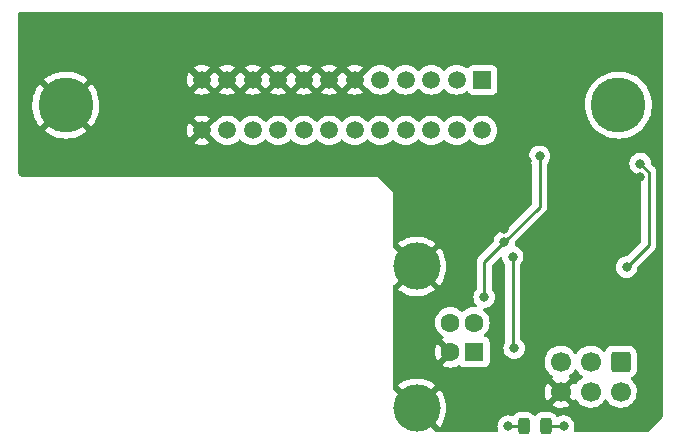
<source format=gbr>
%TF.GenerationSoftware,KiCad,Pcbnew,(6.0.0-rc1-415-g653c7b78d7)*%
%TF.CreationDate,2021-12-23T14:01:08-08:00*%
%TF.ProjectId,xyp-gpib,7879702d-6770-4696-922e-6b696361645f,rev?*%
%TF.SameCoordinates,Original*%
%TF.FileFunction,Copper,L1,Top*%
%TF.FilePolarity,Positive*%
%FSLAX46Y46*%
G04 Gerber Fmt 4.6, Leading zero omitted, Abs format (unit mm)*
G04 Created by KiCad (PCBNEW (6.0.0-rc1-415-g653c7b78d7)) date 2021-12-23 14:01:08*
%MOMM*%
%LPD*%
G01*
G04 APERTURE LIST*
G04 Aperture macros list*
%AMRoundRect*
0 Rectangle with rounded corners*
0 $1 Rounding radius*
0 $2 $3 $4 $5 $6 $7 $8 $9 X,Y pos of 4 corners*
0 Add a 4 corners polygon primitive as box body*
4,1,4,$2,$3,$4,$5,$6,$7,$8,$9,$2,$3,0*
0 Add four circle primitives for the rounded corners*
1,1,$1+$1,$2,$3*
1,1,$1+$1,$4,$5*
1,1,$1+$1,$6,$7*
1,1,$1+$1,$8,$9*
0 Add four rect primitives between the rounded corners*
20,1,$1+$1,$2,$3,$4,$5,0*
20,1,$1+$1,$4,$5,$6,$7,0*
20,1,$1+$1,$6,$7,$8,$9,0*
20,1,$1+$1,$8,$9,$2,$3,0*%
G04 Aperture macros list end*
%TA.AperFunction,ComponentPad*%
%ADD10R,1.600000X1.600000*%
%TD*%
%TA.AperFunction,ComponentPad*%
%ADD11C,1.600000*%
%TD*%
%TA.AperFunction,ComponentPad*%
%ADD12C,4.000000*%
%TD*%
%TA.AperFunction,ComponentPad*%
%ADD13R,1.500000X1.500000*%
%TD*%
%TA.AperFunction,ComponentPad*%
%ADD14C,1.500000*%
%TD*%
%TA.AperFunction,ComponentPad*%
%ADD15C,4.650000*%
%TD*%
%TA.AperFunction,ComponentPad*%
%ADD16RoundRect,0.250000X-0.600000X0.600000X-0.600000X-0.600000X0.600000X-0.600000X0.600000X0.600000X0*%
%TD*%
%TA.AperFunction,ComponentPad*%
%ADD17C,1.700000*%
%TD*%
%TA.AperFunction,SMDPad,CuDef*%
%ADD18RoundRect,0.243750X-0.243750X-0.456250X0.243750X-0.456250X0.243750X0.456250X-0.243750X0.456250X0*%
%TD*%
%TA.AperFunction,ViaPad*%
%ADD19C,0.800000*%
%TD*%
%TA.AperFunction,Conductor*%
%ADD20C,0.250000*%
%TD*%
G04 APERTURE END LIST*
D10*
%TO.P,J1,1*%
%TO.N,+5V*%
X215172000Y-125298000D03*
D11*
%TO.P,J1,2*%
%TO.N,/USB_N*%
X215172000Y-122798000D03*
%TO.P,J1,3*%
%TO.N,/USB_P*%
X213172000Y-122798000D03*
%TO.P,J1,4*%
%TO.N,GND*%
X213172000Y-125298000D03*
D12*
%TO.P,J1,5*%
X210312000Y-118048000D03*
X210312000Y-130048000D03*
%TD*%
D13*
%TO.P,GPIB1,1*%
%TO.N,/DIO5*%
X215874000Y-102249000D03*
D14*
%TO.P,GPIB1,2*%
%TO.N,/DIO1*%
X215874000Y-106539000D03*
%TO.P,GPIB1,3*%
%TO.N,/DIO6*%
X213714000Y-102249000D03*
%TO.P,GPIB1,4*%
%TO.N,/DIO2*%
X213714000Y-106539000D03*
%TO.P,GPIB1,5*%
%TO.N,/DIO7*%
X211554000Y-102249000D03*
%TO.P,GPIB1,6*%
%TO.N,/DIO3*%
X211554000Y-106539000D03*
%TO.P,GPIB1,7*%
%TO.N,/DIO8*%
X209394000Y-102249000D03*
%TO.P,GPIB1,8*%
%TO.N,/DIO4*%
X209394000Y-106539000D03*
%TO.P,GPIB1,9*%
%TO.N,/REN*%
X207234000Y-102249000D03*
%TO.P,GPIB1,10*%
%TO.N,/EOI*%
X207234000Y-106539000D03*
%TO.P,GPIB1,11*%
%TO.N,GND*%
X205074000Y-102249000D03*
%TO.P,GPIB1,12*%
%TO.N,/DAV*%
X205074000Y-106539000D03*
%TO.P,GPIB1,13*%
%TO.N,GND*%
X202914000Y-102249000D03*
%TO.P,GPIB1,14*%
%TO.N,/NRFD*%
X202914000Y-106539000D03*
%TO.P,GPIB1,15*%
%TO.N,GND*%
X200754000Y-102249000D03*
%TO.P,GPIB1,16*%
%TO.N,/NDAC*%
X200754000Y-106539000D03*
%TO.P,GPIB1,17*%
%TO.N,GND*%
X198594000Y-102249000D03*
%TO.P,GPIB1,18*%
%TO.N,/IFC*%
X198594000Y-106539000D03*
%TO.P,GPIB1,19*%
%TO.N,GND*%
X196434000Y-102249000D03*
%TO.P,GPIB1,20*%
%TO.N,/SRQ*%
X196434000Y-106539000D03*
%TO.P,GPIB1,21*%
%TO.N,GND*%
X194274000Y-102249000D03*
%TO.P,GPIB1,22*%
%TO.N,/ATN*%
X194274000Y-106539000D03*
%TO.P,GPIB1,23*%
%TO.N,GND*%
X192114000Y-102249000D03*
%TO.P,GPIB1,24*%
X192114000Y-106539000D03*
D15*
%TO.P,GPIB1,MH1*%
%TO.N,Net-(GPIB1-PadMH1)*%
X227394000Y-104394000D03*
%TO.P,GPIB1,MH2*%
%TO.N,GND*%
X180594000Y-104394000D03*
%TD*%
D16*
%TO.P,ISP1,1*%
%TO.N,/MISO*%
X227584000Y-126111000D03*
D17*
%TO.P,ISP1,2*%
%TO.N,+5V*%
X227584000Y-128651000D03*
%TO.P,ISP1,3*%
%TO.N,/SCK*%
X225044000Y-126111000D03*
%TO.P,ISP1,4*%
%TO.N,/MOSI*%
X225044000Y-128651000D03*
%TO.P,ISP1,5*%
%TO.N,Net-(ISP1-Pad5)*%
X222504000Y-126111000D03*
%TO.P,ISP1,6*%
%TO.N,GND*%
X222504000Y-128651000D03*
%TD*%
D18*
%TO.P,D2,1*%
%TO.N,Net-(D1-Pad1)*%
X219359000Y-131572000D03*
%TO.P,D2,2*%
%TO.N,Net-(D1-Pad2)*%
X221234000Y-131572000D03*
%TD*%
D19*
%TO.N,GND*%
X229235000Y-110490000D03*
X220599000Y-121285000D03*
X227965000Y-114300000D03*
X219679685Y-109092016D03*
X217741500Y-114871500D03*
X214884000Y-109982000D03*
X213614000Y-130429000D03*
%TO.N,+5V*%
X220715697Y-108722303D03*
X216027000Y-120650000D03*
X229235000Y-109347000D03*
X217734554Y-115957925D03*
X228092000Y-118110000D03*
%TO.N,Net-(D1-Pad2)*%
X222758000Y-131572000D03*
%TO.N,Net-(D1-Pad1)*%
X218059000Y-131572000D03*
%TO.N,Net-(ISP1-Pad5)*%
X218567000Y-124968000D03*
X218440000Y-117221000D03*
%TD*%
D20*
%TO.N,+5V*%
X229235000Y-109347000D02*
X229960001Y-110072001D01*
X216027000Y-120650000D02*
X216027000Y-117665479D01*
X229960001Y-116241999D02*
X228092000Y-118110000D01*
X216027000Y-117665479D02*
X217734554Y-115957925D01*
X217734554Y-115957925D02*
X220715697Y-112976782D01*
X216027000Y-120650000D02*
X215900000Y-120650000D01*
X229960001Y-110072001D02*
X229960001Y-116241999D01*
X220715697Y-112976782D02*
X220715697Y-108722303D01*
%TO.N,Net-(D1-Pad2)*%
X221234000Y-131572000D02*
X222758000Y-131572000D01*
%TO.N,Net-(D1-Pad1)*%
X219359000Y-131572000D02*
X218059000Y-131572000D01*
%TO.N,Net-(ISP1-Pad5)*%
X218440000Y-117221000D02*
X218440000Y-124841000D01*
X218440000Y-124841000D02*
X218567000Y-124968000D01*
%TD*%
%TA.AperFunction,Conductor*%
%TO.N,GND*%
G36*
X231082121Y-96540002D02*
G01*
X231128614Y-96593658D01*
X231140000Y-96646000D01*
X231140000Y-130757810D01*
X231119998Y-130825931D01*
X231103095Y-130846905D01*
X229906905Y-132043095D01*
X229844593Y-132077121D01*
X229817810Y-132080000D01*
X223721618Y-132080000D01*
X223653497Y-132059998D01*
X223607004Y-132006342D01*
X223596900Y-131936068D01*
X223601785Y-131915064D01*
X223649502Y-131768206D01*
X223651542Y-131761928D01*
X223671504Y-131572000D01*
X223661409Y-131475947D01*
X223652232Y-131388635D01*
X223652232Y-131388633D01*
X223651542Y-131382072D01*
X223592527Y-131200444D01*
X223572509Y-131165771D01*
X223500341Y-131040774D01*
X223497040Y-131035056D01*
X223417092Y-130946264D01*
X223373675Y-130898045D01*
X223373674Y-130898044D01*
X223369253Y-130893134D01*
X223233460Y-130794474D01*
X223220094Y-130784763D01*
X223220093Y-130784762D01*
X223214752Y-130780882D01*
X223208724Y-130778198D01*
X223208722Y-130778197D01*
X223046319Y-130705891D01*
X223046318Y-130705891D01*
X223040288Y-130703206D01*
X222946888Y-130683353D01*
X222859944Y-130664872D01*
X222859939Y-130664872D01*
X222853487Y-130663500D01*
X222662513Y-130663500D01*
X222656061Y-130664872D01*
X222656056Y-130664872D01*
X222569112Y-130683353D01*
X222475712Y-130703206D01*
X222469682Y-130705891D01*
X222469681Y-130705891D01*
X222462972Y-130708878D01*
X222301248Y-130780882D01*
X222298625Y-130782788D01*
X222230841Y-130799231D01*
X222163749Y-130776010D01*
X222129693Y-130739677D01*
X222075151Y-130651539D01*
X222071297Y-130645311D01*
X221947153Y-130521383D01*
X221797829Y-130429339D01*
X221790880Y-130427034D01*
X221637866Y-130376281D01*
X221637864Y-130376281D01*
X221631335Y-130374115D01*
X221527731Y-130363500D01*
X221236266Y-130363500D01*
X220940270Y-130363501D01*
X220835371Y-130374384D01*
X220828840Y-130376563D01*
X220828835Y-130376564D01*
X220680689Y-130425990D01*
X220668974Y-130429898D01*
X220519811Y-130522203D01*
X220395883Y-130646347D01*
X220394081Y-130649270D01*
X220337471Y-130689408D01*
X220266548Y-130692642D01*
X220205136Y-130657018D01*
X220199584Y-130650622D01*
X220196297Y-130645311D01*
X220072153Y-130521383D01*
X219922829Y-130429339D01*
X219915880Y-130427034D01*
X219762866Y-130376281D01*
X219762864Y-130376281D01*
X219756335Y-130374115D01*
X219652731Y-130363500D01*
X219361266Y-130363500D01*
X219065270Y-130363501D01*
X218960371Y-130374384D01*
X218953840Y-130376563D01*
X218953835Y-130376564D01*
X218805689Y-130425990D01*
X218793974Y-130429898D01*
X218644811Y-130522203D01*
X218520883Y-130646347D01*
X218517041Y-130652580D01*
X218512535Y-130659889D01*
X218459762Y-130707382D01*
X218389690Y-130718803D01*
X218354030Y-130708878D01*
X218347327Y-130705894D01*
X218347321Y-130705892D01*
X218341288Y-130703206D01*
X218247888Y-130683353D01*
X218160944Y-130664872D01*
X218160939Y-130664872D01*
X218154487Y-130663500D01*
X217963513Y-130663500D01*
X217957061Y-130664872D01*
X217957056Y-130664872D01*
X217870112Y-130683353D01*
X217776712Y-130703206D01*
X217770682Y-130705891D01*
X217770681Y-130705891D01*
X217608278Y-130778197D01*
X217608276Y-130778198D01*
X217602248Y-130780882D01*
X217596907Y-130784762D01*
X217596906Y-130784763D01*
X217583540Y-130794474D01*
X217447747Y-130893134D01*
X217443326Y-130898044D01*
X217443325Y-130898045D01*
X217399909Y-130946264D01*
X217319960Y-131035056D01*
X217316659Y-131040774D01*
X217244492Y-131165771D01*
X217224473Y-131200444D01*
X217165458Y-131382072D01*
X217164768Y-131388633D01*
X217164768Y-131388635D01*
X217155591Y-131475947D01*
X217145496Y-131572000D01*
X217165458Y-131761928D01*
X217167498Y-131768206D01*
X217215215Y-131915064D01*
X217217243Y-131986031D01*
X217180580Y-132046829D01*
X217116868Y-132078155D01*
X217095382Y-132080000D01*
X212014558Y-132080000D01*
X211946437Y-132059998D01*
X211903542Y-132013594D01*
X211886342Y-131981552D01*
X209953922Y-130049132D01*
X210676408Y-130049132D01*
X210676539Y-130050965D01*
X210680790Y-130057580D01*
X212243145Y-131619935D01*
X212256407Y-131627177D01*
X212266512Y-131619988D01*
X212342505Y-131528129D01*
X212347149Y-131521736D01*
X212511999Y-131261974D01*
X212515811Y-131255041D01*
X212646801Y-130976672D01*
X212649716Y-130969309D01*
X212744783Y-130676723D01*
X212746754Y-130669046D01*
X212804400Y-130366855D01*
X212805393Y-130358994D01*
X212824710Y-130051958D01*
X212824710Y-130044042D01*
X212807837Y-129775853D01*
X221743977Y-129775853D01*
X221749258Y-129782907D01*
X221910756Y-129877279D01*
X221920042Y-129881729D01*
X222119001Y-129957703D01*
X222128899Y-129960579D01*
X222337595Y-130003038D01*
X222347823Y-130004257D01*
X222560650Y-130012062D01*
X222570936Y-130011595D01*
X222782185Y-129984534D01*
X222792262Y-129982392D01*
X222996255Y-129921191D01*
X223005842Y-129917433D01*
X223197098Y-129823738D01*
X223205944Y-129818465D01*
X223253247Y-129784723D01*
X223261648Y-129774023D01*
X223254660Y-129760870D01*
X222516812Y-129023022D01*
X222502868Y-129015408D01*
X222501035Y-129015539D01*
X222494420Y-129019790D01*
X221750737Y-129763473D01*
X221743977Y-129775853D01*
X212807837Y-129775853D01*
X212805393Y-129737006D01*
X212804400Y-129729145D01*
X212746754Y-129426954D01*
X212744783Y-129419277D01*
X212649716Y-129126691D01*
X212646801Y-129119328D01*
X212515811Y-128840959D01*
X212511999Y-128834026D01*
X212377991Y-128622863D01*
X221142050Y-128622863D01*
X221154309Y-128835477D01*
X221155745Y-128845697D01*
X221202565Y-129053446D01*
X221205645Y-129063275D01*
X221285770Y-129260603D01*
X221290413Y-129269794D01*
X221370460Y-129400420D01*
X221380916Y-129409880D01*
X221389694Y-129406096D01*
X222131978Y-128663812D01*
X222139592Y-128649868D01*
X222139461Y-128648035D01*
X222135210Y-128641420D01*
X221393849Y-127900059D01*
X221382313Y-127893759D01*
X221370031Y-127903382D01*
X221322089Y-127973662D01*
X221317004Y-127982613D01*
X221227338Y-128175783D01*
X221223775Y-128185470D01*
X221166864Y-128390681D01*
X221164933Y-128400800D01*
X221142302Y-128612574D01*
X221142050Y-128622863D01*
X212377991Y-128622863D01*
X212347149Y-128574264D01*
X212342505Y-128567871D01*
X212267503Y-128477210D01*
X212254986Y-128468755D01*
X212244248Y-128474962D01*
X210684022Y-130035188D01*
X210676408Y-130049132D01*
X209953922Y-130049132D01*
X208380854Y-128476064D01*
X208345614Y-128456821D01*
X208295412Y-128406618D01*
X208280000Y-128346234D01*
X208280000Y-128101587D01*
X208730754Y-128101587D01*
X208737658Y-128114448D01*
X210299188Y-129675978D01*
X210313132Y-129683592D01*
X210314965Y-129683461D01*
X210321580Y-129679210D01*
X211886666Y-128114124D01*
X211893279Y-128102013D01*
X211884452Y-128090395D01*
X211661719Y-127928570D01*
X211655039Y-127924330D01*
X211385428Y-127776110D01*
X211378293Y-127772753D01*
X211092230Y-127659492D01*
X211084704Y-127657047D01*
X210786721Y-127580538D01*
X210778950Y-127579055D01*
X210473722Y-127540497D01*
X210465831Y-127540000D01*
X210158169Y-127540000D01*
X210150278Y-127540497D01*
X209845050Y-127579055D01*
X209837279Y-127580538D01*
X209539296Y-127657047D01*
X209531770Y-127659492D01*
X209245707Y-127772753D01*
X209238572Y-127776110D01*
X208968961Y-127924330D01*
X208962281Y-127928570D01*
X208739177Y-128090664D01*
X208730754Y-128101587D01*
X208280000Y-128101587D01*
X208280000Y-125303475D01*
X211859483Y-125303475D01*
X211878472Y-125520519D01*
X211880375Y-125531312D01*
X211936764Y-125741761D01*
X211940510Y-125752053D01*
X212032586Y-125949511D01*
X212038069Y-125959006D01*
X212074509Y-126011048D01*
X212084988Y-126019424D01*
X212098434Y-126012356D01*
X212799978Y-125310812D01*
X212807592Y-125296868D01*
X212807461Y-125295035D01*
X212803210Y-125288420D01*
X212097713Y-124582923D01*
X212085938Y-124576493D01*
X212073923Y-124585789D01*
X212038069Y-124636994D01*
X212032586Y-124646489D01*
X211940510Y-124843947D01*
X211936764Y-124854239D01*
X211880375Y-125064688D01*
X211878472Y-125075481D01*
X211859483Y-125292525D01*
X211859483Y-125303475D01*
X208280000Y-125303475D01*
X208280000Y-122798000D01*
X211858502Y-122798000D01*
X211878457Y-123026087D01*
X211937716Y-123247243D01*
X211940039Y-123252224D01*
X211940039Y-123252225D01*
X212032151Y-123449762D01*
X212032154Y-123449767D01*
X212034477Y-123454749D01*
X212165802Y-123642300D01*
X212327700Y-123804198D01*
X212332208Y-123807355D01*
X212332211Y-123807357D01*
X212365681Y-123830793D01*
X212515251Y-123935523D01*
X212520235Y-123937847D01*
X212522528Y-123939171D01*
X212571521Y-123990553D01*
X212584957Y-124060267D01*
X212558571Y-124126178D01*
X212522528Y-124157409D01*
X212510998Y-124164066D01*
X212458952Y-124200509D01*
X212450576Y-124210988D01*
X212457644Y-124224434D01*
X213442115Y-125208905D01*
X213476141Y-125271217D01*
X213471076Y-125342032D01*
X213442115Y-125387095D01*
X212456923Y-126372287D01*
X212450493Y-126384062D01*
X212459789Y-126396077D01*
X212510994Y-126431931D01*
X212520489Y-126437414D01*
X212717947Y-126529490D01*
X212728239Y-126533236D01*
X212938688Y-126589625D01*
X212949481Y-126591528D01*
X213166525Y-126610517D01*
X213177475Y-126610517D01*
X213394519Y-126591528D01*
X213405312Y-126589625D01*
X213615761Y-126533236D01*
X213626053Y-126529490D01*
X213823511Y-126437414D01*
X213833011Y-126431929D01*
X213833910Y-126431299D01*
X213834370Y-126431144D01*
X213837768Y-126429182D01*
X213838162Y-126429865D01*
X213901184Y-126408612D01*
X213970044Y-126425898D01*
X213995803Y-126448934D01*
X213997007Y-126447730D01*
X214003358Y-126454081D01*
X214008739Y-126461261D01*
X214015919Y-126466642D01*
X214015922Y-126466645D01*
X214078569Y-126513596D01*
X214125295Y-126548615D01*
X214261684Y-126599745D01*
X214323866Y-126606500D01*
X216020134Y-126606500D01*
X216082316Y-126599745D01*
X216218705Y-126548615D01*
X216335261Y-126461261D01*
X216422615Y-126344705D01*
X216473745Y-126208316D01*
X216480500Y-126146134D01*
X216480500Y-126077695D01*
X221141251Y-126077695D01*
X221154110Y-126300715D01*
X221155247Y-126305761D01*
X221155248Y-126305767D01*
X221172893Y-126384062D01*
X221203222Y-126518639D01*
X221287266Y-126725616D01*
X221338942Y-126809944D01*
X221401291Y-126911688D01*
X221403987Y-126916088D01*
X221550250Y-127084938D01*
X221722126Y-127227632D01*
X221795445Y-127270476D01*
X221795955Y-127270774D01*
X221844679Y-127322412D01*
X221857750Y-127392195D01*
X221831019Y-127457967D01*
X221790562Y-127491327D01*
X221782460Y-127495544D01*
X221773734Y-127501039D01*
X221753677Y-127516099D01*
X221745223Y-127527427D01*
X221751968Y-127539758D01*
X222491188Y-128278978D01*
X222505132Y-128286592D01*
X222506965Y-128286461D01*
X222513580Y-128282210D01*
X223257389Y-127538401D01*
X223264410Y-127525544D01*
X223257611Y-127516213D01*
X223253559Y-127513521D01*
X223216602Y-127493120D01*
X223166631Y-127442687D01*
X223151859Y-127373245D01*
X223176975Y-127306839D01*
X223204327Y-127280232D01*
X223227797Y-127263491D01*
X223383860Y-127152173D01*
X223542096Y-126994489D01*
X223601594Y-126911689D01*
X223672453Y-126813077D01*
X223673776Y-126814028D01*
X223720645Y-126770857D01*
X223790580Y-126758625D01*
X223856026Y-126786144D01*
X223883875Y-126817994D01*
X223943987Y-126916088D01*
X224090250Y-127084938D01*
X224262126Y-127227632D01*
X224332595Y-127268811D01*
X224335445Y-127270476D01*
X224384169Y-127322114D01*
X224397240Y-127391897D01*
X224370509Y-127457669D01*
X224330055Y-127491027D01*
X224317607Y-127497507D01*
X224313474Y-127500610D01*
X224313471Y-127500612D01*
X224143100Y-127628530D01*
X224138965Y-127631635D01*
X223984629Y-127793138D01*
X223877204Y-127950618D01*
X223876898Y-127951066D01*
X223821987Y-127996069D01*
X223751462Y-128004240D01*
X223687715Y-127972986D01*
X223667017Y-127948501D01*
X223637062Y-127902197D01*
X223626377Y-127892995D01*
X223616812Y-127897398D01*
X222876022Y-128638188D01*
X222868408Y-128652132D01*
X222868539Y-128653965D01*
X222872790Y-128660580D01*
X223614474Y-129402264D01*
X223626484Y-129408823D01*
X223638223Y-129399855D01*
X223672022Y-129352819D01*
X223673277Y-129353721D01*
X223720391Y-129310355D01*
X223790330Y-129298148D01*
X223855767Y-129325691D01*
X223883580Y-129357513D01*
X223941287Y-129451683D01*
X223941291Y-129451688D01*
X223943987Y-129456088D01*
X224090250Y-129624938D01*
X224262126Y-129767632D01*
X224455000Y-129880338D01*
X224663692Y-129960030D01*
X224668760Y-129961061D01*
X224668763Y-129961062D01*
X224773604Y-129982392D01*
X224882597Y-130004567D01*
X224887772Y-130004757D01*
X224887774Y-130004757D01*
X225100673Y-130012564D01*
X225100677Y-130012564D01*
X225105837Y-130012753D01*
X225110957Y-130012097D01*
X225110959Y-130012097D01*
X225322288Y-129985025D01*
X225322289Y-129985025D01*
X225327416Y-129984368D01*
X225332366Y-129982883D01*
X225536429Y-129921661D01*
X225536434Y-129921659D01*
X225541384Y-129920174D01*
X225741994Y-129821896D01*
X225923860Y-129692173D01*
X225932603Y-129683461D01*
X226078435Y-129538137D01*
X226082096Y-129534489D01*
X226212453Y-129353077D01*
X226213776Y-129354028D01*
X226260645Y-129310857D01*
X226330580Y-129298625D01*
X226396026Y-129326144D01*
X226423875Y-129357994D01*
X226483987Y-129456088D01*
X226630250Y-129624938D01*
X226802126Y-129767632D01*
X226995000Y-129880338D01*
X227203692Y-129960030D01*
X227208760Y-129961061D01*
X227208763Y-129961062D01*
X227313604Y-129982392D01*
X227422597Y-130004567D01*
X227427772Y-130004757D01*
X227427774Y-130004757D01*
X227640673Y-130012564D01*
X227640677Y-130012564D01*
X227645837Y-130012753D01*
X227650957Y-130012097D01*
X227650959Y-130012097D01*
X227862288Y-129985025D01*
X227862289Y-129985025D01*
X227867416Y-129984368D01*
X227872366Y-129982883D01*
X228076429Y-129921661D01*
X228076434Y-129921659D01*
X228081384Y-129920174D01*
X228281994Y-129821896D01*
X228463860Y-129692173D01*
X228472603Y-129683461D01*
X228618435Y-129538137D01*
X228622096Y-129534489D01*
X228752453Y-129353077D01*
X228773320Y-129310857D01*
X228849136Y-129157453D01*
X228849137Y-129157451D01*
X228851430Y-129152811D01*
X228916370Y-128939069D01*
X228945529Y-128717590D01*
X228947156Y-128651000D01*
X228928852Y-128428361D01*
X228874431Y-128211702D01*
X228785354Y-128006840D01*
X228664014Y-127819277D01*
X228513670Y-127654051D01*
X228471006Y-127620357D01*
X228429944Y-127562441D01*
X228426712Y-127491518D01*
X228462337Y-127430107D01*
X228495647Y-127407376D01*
X228501007Y-127404865D01*
X228507946Y-127402550D01*
X228658348Y-127309478D01*
X228783305Y-127184303D01*
X228805357Y-127148529D01*
X228872275Y-127039968D01*
X228872276Y-127039966D01*
X228876115Y-127033738D01*
X228931797Y-126865861D01*
X228942500Y-126761400D01*
X228942500Y-125460600D01*
X228942163Y-125457350D01*
X228932238Y-125361692D01*
X228932237Y-125361688D01*
X228931526Y-125354834D01*
X228911576Y-125295035D01*
X228877868Y-125194002D01*
X228875550Y-125187054D01*
X228782478Y-125036652D01*
X228657303Y-124911695D01*
X228583030Y-124865912D01*
X228512968Y-124822725D01*
X228512966Y-124822724D01*
X228506738Y-124818885D01*
X228383690Y-124778072D01*
X228345389Y-124765368D01*
X228345387Y-124765368D01*
X228338861Y-124763203D01*
X228332025Y-124762503D01*
X228332022Y-124762502D01*
X228288969Y-124758091D01*
X228234400Y-124752500D01*
X226933600Y-124752500D01*
X226930354Y-124752837D01*
X226930350Y-124752837D01*
X226834692Y-124762762D01*
X226834688Y-124762763D01*
X226827834Y-124763474D01*
X226821298Y-124765655D01*
X226821296Y-124765655D01*
X226758631Y-124786562D01*
X226660054Y-124819450D01*
X226509652Y-124912522D01*
X226504479Y-124917704D01*
X226447717Y-124974565D01*
X226384695Y-125037697D01*
X226380855Y-125043927D01*
X226380854Y-125043928D01*
X226335275Y-125117870D01*
X226291885Y-125188262D01*
X226289579Y-125195213D01*
X226287561Y-125199542D01*
X226240644Y-125252828D01*
X226172367Y-125272290D01*
X226104407Y-125251749D01*
X226080172Y-125231094D01*
X225977152Y-125117876D01*
X225977142Y-125117867D01*
X225973670Y-125114051D01*
X225969619Y-125110852D01*
X225969615Y-125110848D01*
X225802414Y-124978800D01*
X225802410Y-124978798D01*
X225798359Y-124975598D01*
X225602789Y-124867638D01*
X225597920Y-124865914D01*
X225597916Y-124865912D01*
X225397087Y-124794795D01*
X225397083Y-124794794D01*
X225392212Y-124793069D01*
X225387119Y-124792162D01*
X225387116Y-124792161D01*
X225177373Y-124754800D01*
X225177367Y-124754799D01*
X225172284Y-124753894D01*
X225098452Y-124752992D01*
X224954081Y-124751228D01*
X224954079Y-124751228D01*
X224948911Y-124751165D01*
X224728091Y-124784955D01*
X224515756Y-124854357D01*
X224485443Y-124870137D01*
X224395678Y-124916866D01*
X224317607Y-124957507D01*
X224313474Y-124960610D01*
X224313471Y-124960612D01*
X224174855Y-125064688D01*
X224138965Y-125091635D01*
X223984629Y-125253138D01*
X223877201Y-125410621D01*
X223822293Y-125455621D01*
X223751768Y-125463792D01*
X223688021Y-125432538D01*
X223667324Y-125408054D01*
X223586822Y-125283617D01*
X223586820Y-125283614D01*
X223584014Y-125279277D01*
X223433670Y-125114051D01*
X223429619Y-125110852D01*
X223429615Y-125110848D01*
X223262414Y-124978800D01*
X223262410Y-124978798D01*
X223258359Y-124975598D01*
X223062789Y-124867638D01*
X223057920Y-124865914D01*
X223057916Y-124865912D01*
X222857087Y-124794795D01*
X222857083Y-124794794D01*
X222852212Y-124793069D01*
X222847119Y-124792162D01*
X222847116Y-124792161D01*
X222637373Y-124754800D01*
X222637367Y-124754799D01*
X222632284Y-124753894D01*
X222558452Y-124752992D01*
X222414081Y-124751228D01*
X222414079Y-124751228D01*
X222408911Y-124751165D01*
X222188091Y-124784955D01*
X221975756Y-124854357D01*
X221945443Y-124870137D01*
X221855678Y-124916866D01*
X221777607Y-124957507D01*
X221773474Y-124960610D01*
X221773471Y-124960612D01*
X221634855Y-125064688D01*
X221598965Y-125091635D01*
X221444629Y-125253138D01*
X221318743Y-125437680D01*
X221224688Y-125640305D01*
X221164989Y-125855570D01*
X221141251Y-126077695D01*
X216480500Y-126077695D01*
X216480500Y-124449866D01*
X216473745Y-124387684D01*
X216422615Y-124251295D01*
X216335261Y-124134739D01*
X216218705Y-124047385D01*
X216082316Y-123996255D01*
X216083046Y-123994309D01*
X216030795Y-123964455D01*
X215997979Y-123901497D01*
X216004409Y-123830793D01*
X216032498Y-123788000D01*
X216178198Y-123642300D01*
X216309523Y-123454749D01*
X216311846Y-123449767D01*
X216311849Y-123449762D01*
X216403961Y-123252225D01*
X216403961Y-123252224D01*
X216406284Y-123247243D01*
X216465543Y-123026087D01*
X216485498Y-122798000D01*
X216465543Y-122569913D01*
X216406284Y-122348757D01*
X216403961Y-122343775D01*
X216311849Y-122146238D01*
X216311846Y-122146233D01*
X216309523Y-122141251D01*
X216178198Y-121953700D01*
X216016300Y-121791802D01*
X216010463Y-121787715D01*
X216010015Y-121787155D01*
X216007576Y-121785108D01*
X216007987Y-121784618D01*
X215966133Y-121732259D01*
X215958822Y-121661640D01*
X215990851Y-121598278D01*
X216052052Y-121562292D01*
X216082731Y-121558500D01*
X216122487Y-121558500D01*
X216128939Y-121557128D01*
X216128944Y-121557128D01*
X216215887Y-121538647D01*
X216309288Y-121518794D01*
X216315319Y-121516109D01*
X216477722Y-121443803D01*
X216477724Y-121443802D01*
X216483752Y-121441118D01*
X216638253Y-121328866D01*
X216766040Y-121186944D01*
X216861527Y-121021556D01*
X216920542Y-120839928D01*
X216940504Y-120650000D01*
X216920542Y-120460072D01*
X216861527Y-120278444D01*
X216766040Y-120113056D01*
X216692863Y-120031785D01*
X216662147Y-119967779D01*
X216660500Y-119947476D01*
X216660500Y-117980073D01*
X216680502Y-117911952D01*
X216697405Y-117890978D01*
X217324571Y-117263812D01*
X217386883Y-117229786D01*
X217457698Y-117234851D01*
X217514534Y-117277398D01*
X217538975Y-117339736D01*
X217546458Y-117410928D01*
X217605473Y-117592556D01*
X217608776Y-117598278D01*
X217608777Y-117598279D01*
X217624444Y-117625414D01*
X217700960Y-117757944D01*
X217774137Y-117839215D01*
X217804853Y-117903221D01*
X217806500Y-117923524D01*
X217806500Y-124434465D01*
X217789619Y-124497464D01*
X217732473Y-124596444D01*
X217673458Y-124778072D01*
X217672768Y-124784633D01*
X217672768Y-124784635D01*
X217654186Y-124961435D01*
X217653496Y-124968000D01*
X217654186Y-124974565D01*
X217664793Y-125075481D01*
X217673458Y-125157928D01*
X217732473Y-125339556D01*
X217827960Y-125504944D01*
X217955747Y-125646866D01*
X218110248Y-125759118D01*
X218116276Y-125761802D01*
X218116278Y-125761803D01*
X218278681Y-125834109D01*
X218284712Y-125836794D01*
X218373046Y-125855570D01*
X218465056Y-125875128D01*
X218465061Y-125875128D01*
X218471513Y-125876500D01*
X218662487Y-125876500D01*
X218668939Y-125875128D01*
X218668944Y-125875128D01*
X218760954Y-125855570D01*
X218849288Y-125836794D01*
X218855319Y-125834109D01*
X219017722Y-125761803D01*
X219017724Y-125761802D01*
X219023752Y-125759118D01*
X219178253Y-125646866D01*
X219306040Y-125504944D01*
X219401527Y-125339556D01*
X219460542Y-125157928D01*
X219469208Y-125075481D01*
X219479814Y-124974565D01*
X219480504Y-124968000D01*
X219479814Y-124961435D01*
X219461232Y-124784635D01*
X219461232Y-124784633D01*
X219460542Y-124778072D01*
X219401527Y-124596444D01*
X219306040Y-124431056D01*
X219178253Y-124289134D01*
X219137573Y-124259578D01*
X219125439Y-124250762D01*
X219082085Y-124194539D01*
X219073500Y-124148826D01*
X219073500Y-118110000D01*
X227178496Y-118110000D01*
X227198458Y-118299928D01*
X227257473Y-118481556D01*
X227352960Y-118646944D01*
X227480747Y-118788866D01*
X227635248Y-118901118D01*
X227641276Y-118903802D01*
X227641278Y-118903803D01*
X227788408Y-118969309D01*
X227809712Y-118978794D01*
X227903112Y-118998647D01*
X227990056Y-119017128D01*
X227990061Y-119017128D01*
X227996513Y-119018500D01*
X228187487Y-119018500D01*
X228193939Y-119017128D01*
X228193944Y-119017128D01*
X228280888Y-118998647D01*
X228374288Y-118978794D01*
X228395592Y-118969309D01*
X228542722Y-118903803D01*
X228542724Y-118903802D01*
X228548752Y-118901118D01*
X228703253Y-118788866D01*
X228831040Y-118646944D01*
X228926527Y-118481556D01*
X228985542Y-118299928D01*
X229002907Y-118134706D01*
X229029920Y-118069050D01*
X229039122Y-118058782D01*
X230352248Y-116745656D01*
X230360538Y-116738112D01*
X230367019Y-116733999D01*
X230413660Y-116684331D01*
X230416414Y-116681490D01*
X230436135Y-116661769D01*
X230438613Y-116658574D01*
X230446319Y-116649552D01*
X230471159Y-116623100D01*
X230476587Y-116617320D01*
X230486347Y-116599567D01*
X230497200Y-116583044D01*
X230504754Y-116573305D01*
X230509614Y-116567040D01*
X230527177Y-116526456D01*
X230532384Y-116515826D01*
X230553696Y-116477059D01*
X230555667Y-116469382D01*
X230555669Y-116469377D01*
X230558733Y-116457441D01*
X230565139Y-116438729D01*
X230570035Y-116427416D01*
X230573182Y-116420144D01*
X230575325Y-116406618D01*
X230580098Y-116376480D01*
X230582505Y-116364859D01*
X230591529Y-116329710D01*
X230591529Y-116329709D01*
X230593501Y-116322029D01*
X230593501Y-116301768D01*
X230595052Y-116282057D01*
X230596980Y-116269884D01*
X230598220Y-116262056D01*
X230594060Y-116218045D01*
X230593501Y-116206188D01*
X230593501Y-110150768D01*
X230594028Y-110139585D01*
X230595703Y-110132092D01*
X230595334Y-110120333D01*
X230593563Y-110064015D01*
X230593501Y-110060056D01*
X230593501Y-110032145D01*
X230592996Y-110028145D01*
X230592063Y-110016302D01*
X230591481Y-109997766D01*
X230590674Y-109972111D01*
X230585023Y-109952659D01*
X230581015Y-109933307D01*
X230579468Y-109921064D01*
X230578475Y-109913204D01*
X230568834Y-109888852D01*
X230562201Y-109872098D01*
X230558356Y-109860871D01*
X230551865Y-109838531D01*
X230546019Y-109818408D01*
X230541985Y-109811586D01*
X230541982Y-109811580D01*
X230535707Y-109800969D01*
X230527011Y-109783219D01*
X230522473Y-109771757D01*
X230522470Y-109771752D01*
X230519553Y-109764384D01*
X230493574Y-109728626D01*
X230487058Y-109718708D01*
X230468576Y-109687458D01*
X230464543Y-109680638D01*
X230450219Y-109666314D01*
X230437377Y-109651279D01*
X230425473Y-109634894D01*
X230391407Y-109606712D01*
X230382628Y-109598723D01*
X230182122Y-109398217D01*
X230148096Y-109335905D01*
X230145907Y-109322292D01*
X230129232Y-109163635D01*
X230129232Y-109163633D01*
X230128542Y-109157072D01*
X230069527Y-108975444D01*
X230036656Y-108918509D01*
X229977341Y-108815774D01*
X229974040Y-108810056D01*
X229846253Y-108668134D01*
X229691752Y-108555882D01*
X229685724Y-108553198D01*
X229685722Y-108553197D01*
X229523319Y-108480891D01*
X229523318Y-108480891D01*
X229517288Y-108478206D01*
X229423887Y-108458353D01*
X229336944Y-108439872D01*
X229336939Y-108439872D01*
X229330487Y-108438500D01*
X229139513Y-108438500D01*
X229133061Y-108439872D01*
X229133056Y-108439872D01*
X229046113Y-108458353D01*
X228952712Y-108478206D01*
X228946682Y-108480891D01*
X228946681Y-108480891D01*
X228784278Y-108553197D01*
X228784276Y-108553198D01*
X228778248Y-108555882D01*
X228623747Y-108668134D01*
X228495960Y-108810056D01*
X228492659Y-108815774D01*
X228433345Y-108918509D01*
X228400473Y-108975444D01*
X228341458Y-109157072D01*
X228321496Y-109347000D01*
X228341458Y-109536928D01*
X228400473Y-109718556D01*
X228495960Y-109883944D01*
X228500378Y-109888851D01*
X228500379Y-109888852D01*
X228619325Y-110020955D01*
X228623747Y-110025866D01*
X228691107Y-110074806D01*
X228760262Y-110125050D01*
X228778248Y-110138118D01*
X228784276Y-110140802D01*
X228784278Y-110140803D01*
X228837310Y-110164414D01*
X228952712Y-110215794D01*
X229042895Y-110234963D01*
X229133056Y-110254128D01*
X229133061Y-110254128D01*
X229139513Y-110255500D01*
X229195406Y-110255500D01*
X229263527Y-110275502D01*
X229284501Y-110292405D01*
X229289596Y-110297500D01*
X229323622Y-110359812D01*
X229326501Y-110386595D01*
X229326501Y-115927404D01*
X229306499Y-115995525D01*
X229289596Y-116016499D01*
X228141500Y-117164595D01*
X228079188Y-117198621D01*
X228052405Y-117201500D01*
X227996513Y-117201500D01*
X227990061Y-117202872D01*
X227990056Y-117202872D01*
X227904773Y-117221000D01*
X227809712Y-117241206D01*
X227803682Y-117243891D01*
X227803681Y-117243891D01*
X227641278Y-117316197D01*
X227641276Y-117316198D01*
X227635248Y-117318882D01*
X227480747Y-117431134D01*
X227476326Y-117436044D01*
X227476325Y-117436045D01*
X227390825Y-117531003D01*
X227352960Y-117573056D01*
X227311179Y-117645422D01*
X227285766Y-117689440D01*
X227257473Y-117738444D01*
X227198458Y-117920072D01*
X227178496Y-118110000D01*
X219073500Y-118110000D01*
X219073500Y-117923524D01*
X219093502Y-117855403D01*
X219105858Y-117839221D01*
X219179040Y-117757944D01*
X219255556Y-117625414D01*
X219271223Y-117598279D01*
X219271224Y-117598278D01*
X219274527Y-117592556D01*
X219333542Y-117410928D01*
X219335566Y-117391677D01*
X219352814Y-117227565D01*
X219353504Y-117221000D01*
X219351599Y-117202872D01*
X219334232Y-117037635D01*
X219334232Y-117037633D01*
X219333542Y-117031072D01*
X219274527Y-116849444D01*
X219265626Y-116834026D01*
X219214605Y-116745656D01*
X219179040Y-116684056D01*
X219156102Y-116658580D01*
X219055675Y-116547045D01*
X219055674Y-116547044D01*
X219051253Y-116542134D01*
X218896752Y-116429882D01*
X218890724Y-116427198D01*
X218890722Y-116427197D01*
X218790122Y-116382407D01*
X218722288Y-116352206D01*
X218708950Y-116349371D01*
X218646477Y-116315643D01*
X218612156Y-116253493D01*
X218615315Y-116187189D01*
X218626056Y-116154131D01*
X218628096Y-116147853D01*
X218645461Y-115982631D01*
X218672474Y-115916975D01*
X218681676Y-115906707D01*
X221107950Y-113480434D01*
X221116236Y-113472894D01*
X221122715Y-113468782D01*
X221169341Y-113419130D01*
X221172095Y-113416289D01*
X221191832Y-113396552D01*
X221194312Y-113393355D01*
X221202017Y-113384333D01*
X221226856Y-113357882D01*
X221232283Y-113352103D01*
X221236102Y-113345157D01*
X221236104Y-113345154D01*
X221242045Y-113334348D01*
X221252896Y-113317829D01*
X221260455Y-113308083D01*
X221265311Y-113301823D01*
X221268456Y-113294554D01*
X221268459Y-113294550D01*
X221282871Y-113261245D01*
X221288088Y-113250595D01*
X221309392Y-113211842D01*
X221314430Y-113192219D01*
X221320834Y-113173516D01*
X221325730Y-113162202D01*
X221325730Y-113162201D01*
X221328878Y-113154927D01*
X221330117Y-113147104D01*
X221330120Y-113147094D01*
X221335796Y-113111258D01*
X221338202Y-113099638D01*
X221347225Y-113064493D01*
X221347225Y-113064492D01*
X221349197Y-113056812D01*
X221349197Y-113036558D01*
X221350748Y-113016847D01*
X221352677Y-113004668D01*
X221353917Y-112996839D01*
X221349756Y-112952820D01*
X221349197Y-112940963D01*
X221349197Y-109424827D01*
X221369199Y-109356706D01*
X221381555Y-109340524D01*
X221454737Y-109259247D01*
X221513728Y-109157072D01*
X221546920Y-109099582D01*
X221546921Y-109099581D01*
X221550224Y-109093859D01*
X221609239Y-108912231D01*
X221629201Y-108722303D01*
X221611710Y-108555882D01*
X221609929Y-108538938D01*
X221609929Y-108538936D01*
X221609239Y-108532375D01*
X221550224Y-108350747D01*
X221454737Y-108185359D01*
X221326950Y-108043437D01*
X221172449Y-107931185D01*
X221166421Y-107928501D01*
X221166419Y-107928500D01*
X221004016Y-107856194D01*
X221004015Y-107856194D01*
X220997985Y-107853509D01*
X220904584Y-107833656D01*
X220817641Y-107815175D01*
X220817636Y-107815175D01*
X220811184Y-107813803D01*
X220620210Y-107813803D01*
X220613758Y-107815175D01*
X220613753Y-107815175D01*
X220526810Y-107833656D01*
X220433409Y-107853509D01*
X220427379Y-107856194D01*
X220427378Y-107856194D01*
X220264975Y-107928500D01*
X220264973Y-107928501D01*
X220258945Y-107931185D01*
X220104444Y-108043437D01*
X219976657Y-108185359D01*
X219881170Y-108350747D01*
X219822155Y-108532375D01*
X219821465Y-108538936D01*
X219821465Y-108538938D01*
X219819684Y-108555882D01*
X219802193Y-108722303D01*
X219822155Y-108912231D01*
X219881170Y-109093859D01*
X219884473Y-109099581D01*
X219884474Y-109099582D01*
X219917666Y-109157072D01*
X219976657Y-109259247D01*
X220049834Y-109340518D01*
X220080550Y-109404524D01*
X220082197Y-109424827D01*
X220082197Y-112662188D01*
X220062195Y-112730309D01*
X220045292Y-112751283D01*
X217784054Y-115012520D01*
X217721742Y-115046546D01*
X217694959Y-115049425D01*
X217639067Y-115049425D01*
X217632615Y-115050797D01*
X217632610Y-115050797D01*
X217545666Y-115069278D01*
X217452266Y-115089131D01*
X217446236Y-115091816D01*
X217446235Y-115091816D01*
X217283832Y-115164122D01*
X217283830Y-115164123D01*
X217277802Y-115166807D01*
X217123301Y-115279059D01*
X216995514Y-115420981D01*
X216992213Y-115426699D01*
X216903394Y-115580538D01*
X216900027Y-115586369D01*
X216841012Y-115767997D01*
X216824136Y-115928570D01*
X216823647Y-115933218D01*
X216796634Y-115998875D01*
X216787432Y-116009143D01*
X216205697Y-116590877D01*
X215634747Y-117161827D01*
X215626461Y-117169367D01*
X215619982Y-117173479D01*
X215614557Y-117179256D01*
X215573357Y-117223130D01*
X215570602Y-117225972D01*
X215550865Y-117245709D01*
X215548385Y-117248906D01*
X215540682Y-117257926D01*
X215510414Y-117290158D01*
X215506595Y-117297104D01*
X215506593Y-117297107D01*
X215500652Y-117307913D01*
X215489801Y-117324432D01*
X215477386Y-117340438D01*
X215474241Y-117347707D01*
X215474238Y-117347711D01*
X215459826Y-117381016D01*
X215454609Y-117391666D01*
X215433305Y-117430419D01*
X215431334Y-117438094D01*
X215431334Y-117438095D01*
X215428267Y-117450041D01*
X215421863Y-117468745D01*
X215413819Y-117487334D01*
X215412580Y-117495157D01*
X215412577Y-117495167D01*
X215406901Y-117531003D01*
X215404495Y-117542623D01*
X215393500Y-117585449D01*
X215393500Y-117605703D01*
X215391949Y-117625413D01*
X215388780Y-117645422D01*
X215389526Y-117653314D01*
X215392941Y-117689440D01*
X215393500Y-117701298D01*
X215393500Y-119947476D01*
X215373498Y-120015597D01*
X215361142Y-120031779D01*
X215287960Y-120113056D01*
X215192473Y-120278444D01*
X215133458Y-120460072D01*
X215113496Y-120650000D01*
X215133458Y-120839928D01*
X215192473Y-121021556D01*
X215287960Y-121186944D01*
X215292378Y-121191851D01*
X215292379Y-121191852D01*
X215374674Y-121283250D01*
X215405392Y-121347257D01*
X215396627Y-121417711D01*
X215351164Y-121472242D01*
X215283437Y-121493537D01*
X215270060Y-121493081D01*
X215172000Y-121484502D01*
X214943913Y-121504457D01*
X214938600Y-121505881D01*
X214938598Y-121505881D01*
X214728067Y-121562293D01*
X214728065Y-121562294D01*
X214722757Y-121563716D01*
X214717776Y-121566039D01*
X214717775Y-121566039D01*
X214520238Y-121658151D01*
X214520233Y-121658154D01*
X214515251Y-121660477D01*
X214412736Y-121732259D01*
X214332211Y-121788643D01*
X214332210Y-121788644D01*
X214327700Y-121791802D01*
X214261095Y-121858407D01*
X214198783Y-121892433D01*
X214127968Y-121887368D01*
X214082905Y-121858407D01*
X214016300Y-121791802D01*
X214011790Y-121788644D01*
X214011789Y-121788643D01*
X213931264Y-121732259D01*
X213828749Y-121660477D01*
X213823767Y-121658154D01*
X213823762Y-121658151D01*
X213626225Y-121566039D01*
X213626224Y-121566039D01*
X213621243Y-121563716D01*
X213615935Y-121562294D01*
X213615933Y-121562293D01*
X213405402Y-121505881D01*
X213405400Y-121505881D01*
X213400087Y-121504457D01*
X213172000Y-121484502D01*
X212943913Y-121504457D01*
X212938600Y-121505881D01*
X212938598Y-121505881D01*
X212728067Y-121562293D01*
X212728065Y-121562294D01*
X212722757Y-121563716D01*
X212717776Y-121566039D01*
X212717775Y-121566039D01*
X212520238Y-121658151D01*
X212520233Y-121658154D01*
X212515251Y-121660477D01*
X212412736Y-121732259D01*
X212332211Y-121788643D01*
X212332210Y-121788644D01*
X212327700Y-121791802D01*
X212165802Y-121953700D01*
X212034477Y-122141251D01*
X212032154Y-122146233D01*
X212032151Y-122146238D01*
X211940039Y-122343775D01*
X211937716Y-122348757D01*
X211878457Y-122569913D01*
X211858502Y-122798000D01*
X208280000Y-122798000D01*
X208280000Y-119993987D01*
X208730721Y-119993987D01*
X208739548Y-120005605D01*
X208962281Y-120167430D01*
X208968961Y-120171670D01*
X209238572Y-120319890D01*
X209245707Y-120323247D01*
X209531770Y-120436508D01*
X209539296Y-120438953D01*
X209837279Y-120515462D01*
X209845050Y-120516945D01*
X210150278Y-120555503D01*
X210158169Y-120556000D01*
X210465831Y-120556000D01*
X210473722Y-120555503D01*
X210778950Y-120516945D01*
X210786721Y-120515462D01*
X211084704Y-120438953D01*
X211092230Y-120436508D01*
X211378293Y-120323247D01*
X211385428Y-120319890D01*
X211655039Y-120171670D01*
X211661719Y-120167430D01*
X211884823Y-120005336D01*
X211893246Y-119994413D01*
X211886342Y-119981552D01*
X210324812Y-118420022D01*
X210310868Y-118412408D01*
X210309035Y-118412539D01*
X210302420Y-118416790D01*
X208737334Y-119981876D01*
X208730721Y-119993987D01*
X208280000Y-119993987D01*
X208280000Y-119751400D01*
X208300002Y-119683279D01*
X208342946Y-119642312D01*
X208379752Y-119621038D01*
X209939978Y-118060812D01*
X209946356Y-118049132D01*
X210676408Y-118049132D01*
X210676539Y-118050965D01*
X210680790Y-118057580D01*
X212243145Y-119619935D01*
X212256407Y-119627177D01*
X212266512Y-119619988D01*
X212342505Y-119528129D01*
X212347149Y-119521736D01*
X212511999Y-119261974D01*
X212515811Y-119255041D01*
X212646801Y-118976672D01*
X212649716Y-118969309D01*
X212744783Y-118676723D01*
X212746754Y-118669046D01*
X212804400Y-118366855D01*
X212805393Y-118358994D01*
X212824710Y-118051958D01*
X212824710Y-118044042D01*
X212805393Y-117737006D01*
X212804400Y-117729145D01*
X212746754Y-117426954D01*
X212744783Y-117419277D01*
X212649716Y-117126691D01*
X212646801Y-117119328D01*
X212515811Y-116840959D01*
X212511999Y-116834026D01*
X212347149Y-116574264D01*
X212342505Y-116567871D01*
X212267503Y-116477210D01*
X212254986Y-116468755D01*
X212244248Y-116474962D01*
X210684022Y-118035188D01*
X210676408Y-118049132D01*
X209946356Y-118049132D01*
X209947592Y-118046868D01*
X209947461Y-118045035D01*
X209943210Y-118038420D01*
X208380854Y-116476064D01*
X208345614Y-116456821D01*
X208295412Y-116406618D01*
X208280000Y-116346234D01*
X208280000Y-116101587D01*
X208730754Y-116101587D01*
X208737658Y-116114448D01*
X210299188Y-117675978D01*
X210313132Y-117683592D01*
X210314965Y-117683461D01*
X210321580Y-117679210D01*
X211886666Y-116114124D01*
X211893279Y-116102013D01*
X211884452Y-116090395D01*
X211661719Y-115928570D01*
X211655039Y-115924330D01*
X211385428Y-115776110D01*
X211378293Y-115772753D01*
X211092230Y-115659492D01*
X211084704Y-115657047D01*
X210786721Y-115580538D01*
X210778950Y-115579055D01*
X210473722Y-115540497D01*
X210465831Y-115540000D01*
X210158169Y-115540000D01*
X210150278Y-115540497D01*
X209845050Y-115579055D01*
X209837279Y-115580538D01*
X209539296Y-115657047D01*
X209531770Y-115659492D01*
X209245707Y-115772753D01*
X209238572Y-115776110D01*
X208968961Y-115924330D01*
X208962281Y-115928570D01*
X208739177Y-116090664D01*
X208730754Y-116101587D01*
X208280000Y-116101587D01*
X208280000Y-111760000D01*
X207010000Y-110490000D01*
X176884136Y-110490000D01*
X176816015Y-110469998D01*
X176805778Y-110462671D01*
X176776998Y-110439816D01*
X176772200Y-110435808D01*
X176730953Y-110399560D01*
X176719491Y-110388097D01*
X176683259Y-110346867D01*
X176679235Y-110342051D01*
X176643172Y-110296639D01*
X176634833Y-110284801D01*
X176609462Y-110243987D01*
X176604355Y-110234963D01*
X176575881Y-110179438D01*
X176572039Y-110171231D01*
X176550408Y-110120333D01*
X176546004Y-110108308D01*
X176535634Y-110074806D01*
X176530000Y-110037549D01*
X176530000Y-107589161D01*
X191428393Y-107589161D01*
X191437687Y-107601175D01*
X191478088Y-107629464D01*
X191487584Y-107634947D01*
X191677113Y-107723326D01*
X191687405Y-107727072D01*
X191889401Y-107781196D01*
X191900196Y-107783099D01*
X192108525Y-107801326D01*
X192119475Y-107801326D01*
X192327804Y-107783099D01*
X192338599Y-107781196D01*
X192540595Y-107727072D01*
X192550887Y-107723326D01*
X192740416Y-107634947D01*
X192749912Y-107629464D01*
X192791148Y-107600590D01*
X192799523Y-107590112D01*
X192792457Y-107576668D01*
X192126811Y-106911021D01*
X192112868Y-106903408D01*
X192111034Y-106903539D01*
X192104420Y-106907790D01*
X191434820Y-107577391D01*
X191428393Y-107589161D01*
X176530000Y-107589161D01*
X176530000Y-106571795D01*
X178781745Y-106571795D01*
X178781762Y-106572046D01*
X178787679Y-106580792D01*
X178805430Y-106596944D01*
X178811060Y-106601503D01*
X179070480Y-106787915D01*
X179076610Y-106791805D01*
X179355730Y-106947161D01*
X179362250Y-106950313D01*
X179657387Y-107072562D01*
X179664238Y-107074948D01*
X179971452Y-107162461D01*
X179978540Y-107164045D01*
X180293789Y-107215669D01*
X180300995Y-107216426D01*
X180620090Y-107231474D01*
X180627340Y-107231398D01*
X180946040Y-107209672D01*
X180953249Y-107208761D01*
X181267345Y-107150547D01*
X181274375Y-107148820D01*
X181579700Y-107054890D01*
X181586513Y-107052356D01*
X181879012Y-106923957D01*
X181885467Y-106920669D01*
X182161275Y-106759500D01*
X182167324Y-106755481D01*
X182397834Y-106582408D01*
X182406287Y-106571083D01*
X182399542Y-106558752D01*
X182385265Y-106544475D01*
X190851674Y-106544475D01*
X190869901Y-106752804D01*
X190871804Y-106763599D01*
X190925928Y-106965595D01*
X190929674Y-106975887D01*
X191018054Y-107165417D01*
X191023534Y-107174907D01*
X191052411Y-107216149D01*
X191062887Y-107224523D01*
X191076334Y-107217455D01*
X191741979Y-106551811D01*
X191748356Y-106540132D01*
X192478408Y-106540132D01*
X192478539Y-106541966D01*
X192482790Y-106548580D01*
X193152391Y-107218180D01*
X193185251Y-107236123D01*
X193214200Y-107242421D01*
X193257026Y-107280738D01*
X193303088Y-107346522D01*
X193303091Y-107346525D01*
X193306251Y-107351038D01*
X193461962Y-107506749D01*
X193642346Y-107633056D01*
X193841924Y-107726120D01*
X194054629Y-107783115D01*
X194274000Y-107802307D01*
X194493371Y-107783115D01*
X194706076Y-107726120D01*
X194905654Y-107633056D01*
X195086038Y-107506749D01*
X195241749Y-107351038D01*
X195244908Y-107346527D01*
X195244910Y-107346525D01*
X195250786Y-107338132D01*
X195306242Y-107293803D01*
X195376862Y-107286492D01*
X195440222Y-107318522D01*
X195457214Y-107338132D01*
X195463090Y-107346525D01*
X195463092Y-107346527D01*
X195466251Y-107351038D01*
X195621962Y-107506749D01*
X195802346Y-107633056D01*
X196001924Y-107726120D01*
X196214629Y-107783115D01*
X196434000Y-107802307D01*
X196653371Y-107783115D01*
X196866076Y-107726120D01*
X197065654Y-107633056D01*
X197246038Y-107506749D01*
X197401749Y-107351038D01*
X197404908Y-107346527D01*
X197404910Y-107346525D01*
X197410786Y-107338132D01*
X197466242Y-107293803D01*
X197536862Y-107286492D01*
X197600222Y-107318522D01*
X197617214Y-107338132D01*
X197623090Y-107346525D01*
X197623092Y-107346527D01*
X197626251Y-107351038D01*
X197781962Y-107506749D01*
X197962346Y-107633056D01*
X198161924Y-107726120D01*
X198374629Y-107783115D01*
X198594000Y-107802307D01*
X198813371Y-107783115D01*
X199026076Y-107726120D01*
X199225654Y-107633056D01*
X199406038Y-107506749D01*
X199561749Y-107351038D01*
X199564908Y-107346527D01*
X199564910Y-107346525D01*
X199570786Y-107338132D01*
X199626242Y-107293803D01*
X199696862Y-107286492D01*
X199760222Y-107318522D01*
X199777214Y-107338132D01*
X199783090Y-107346525D01*
X199783092Y-107346527D01*
X199786251Y-107351038D01*
X199941962Y-107506749D01*
X200122346Y-107633056D01*
X200321924Y-107726120D01*
X200534629Y-107783115D01*
X200754000Y-107802307D01*
X200973371Y-107783115D01*
X201186076Y-107726120D01*
X201385654Y-107633056D01*
X201566038Y-107506749D01*
X201721749Y-107351038D01*
X201724908Y-107346527D01*
X201724910Y-107346525D01*
X201730786Y-107338132D01*
X201786242Y-107293803D01*
X201856862Y-107286492D01*
X201920222Y-107318522D01*
X201937214Y-107338132D01*
X201943090Y-107346525D01*
X201943092Y-107346527D01*
X201946251Y-107351038D01*
X202101962Y-107506749D01*
X202282346Y-107633056D01*
X202481924Y-107726120D01*
X202694629Y-107783115D01*
X202914000Y-107802307D01*
X203133371Y-107783115D01*
X203346076Y-107726120D01*
X203545654Y-107633056D01*
X203726038Y-107506749D01*
X203881749Y-107351038D01*
X203884908Y-107346527D01*
X203884910Y-107346525D01*
X203890786Y-107338132D01*
X203946242Y-107293803D01*
X204016862Y-107286492D01*
X204080222Y-107318522D01*
X204097214Y-107338132D01*
X204103090Y-107346525D01*
X204103092Y-107346527D01*
X204106251Y-107351038D01*
X204261962Y-107506749D01*
X204442346Y-107633056D01*
X204641924Y-107726120D01*
X204854629Y-107783115D01*
X205074000Y-107802307D01*
X205293371Y-107783115D01*
X205506076Y-107726120D01*
X205705654Y-107633056D01*
X205886038Y-107506749D01*
X206041749Y-107351038D01*
X206044908Y-107346527D01*
X206044910Y-107346525D01*
X206050786Y-107338132D01*
X206106242Y-107293803D01*
X206176862Y-107286492D01*
X206240222Y-107318522D01*
X206257214Y-107338132D01*
X206263090Y-107346525D01*
X206263092Y-107346527D01*
X206266251Y-107351038D01*
X206421962Y-107506749D01*
X206602346Y-107633056D01*
X206801924Y-107726120D01*
X207014629Y-107783115D01*
X207234000Y-107802307D01*
X207453371Y-107783115D01*
X207666076Y-107726120D01*
X207865654Y-107633056D01*
X208046038Y-107506749D01*
X208201749Y-107351038D01*
X208204908Y-107346527D01*
X208204910Y-107346525D01*
X208210786Y-107338132D01*
X208266242Y-107293803D01*
X208336862Y-107286492D01*
X208400222Y-107318522D01*
X208417214Y-107338132D01*
X208423090Y-107346525D01*
X208423092Y-107346527D01*
X208426251Y-107351038D01*
X208581962Y-107506749D01*
X208762346Y-107633056D01*
X208961924Y-107726120D01*
X209174629Y-107783115D01*
X209394000Y-107802307D01*
X209613371Y-107783115D01*
X209826076Y-107726120D01*
X210025654Y-107633056D01*
X210206038Y-107506749D01*
X210361749Y-107351038D01*
X210364908Y-107346527D01*
X210364910Y-107346525D01*
X210370786Y-107338132D01*
X210426242Y-107293803D01*
X210496862Y-107286492D01*
X210560222Y-107318522D01*
X210577214Y-107338132D01*
X210583090Y-107346525D01*
X210583092Y-107346527D01*
X210586251Y-107351038D01*
X210741962Y-107506749D01*
X210922346Y-107633056D01*
X211121924Y-107726120D01*
X211334629Y-107783115D01*
X211554000Y-107802307D01*
X211773371Y-107783115D01*
X211986076Y-107726120D01*
X212185654Y-107633056D01*
X212366038Y-107506749D01*
X212521749Y-107351038D01*
X212524908Y-107346527D01*
X212524910Y-107346525D01*
X212530786Y-107338132D01*
X212586242Y-107293803D01*
X212656862Y-107286492D01*
X212720222Y-107318522D01*
X212737214Y-107338132D01*
X212743090Y-107346525D01*
X212743092Y-107346527D01*
X212746251Y-107351038D01*
X212901962Y-107506749D01*
X213082346Y-107633056D01*
X213281924Y-107726120D01*
X213494629Y-107783115D01*
X213714000Y-107802307D01*
X213933371Y-107783115D01*
X214146076Y-107726120D01*
X214345654Y-107633056D01*
X214526038Y-107506749D01*
X214681749Y-107351038D01*
X214684908Y-107346527D01*
X214684910Y-107346525D01*
X214690786Y-107338132D01*
X214746242Y-107293803D01*
X214816862Y-107286492D01*
X214880222Y-107318522D01*
X214897214Y-107338132D01*
X214903090Y-107346525D01*
X214903092Y-107346527D01*
X214906251Y-107351038D01*
X215061962Y-107506749D01*
X215242346Y-107633056D01*
X215441924Y-107726120D01*
X215654629Y-107783115D01*
X215874000Y-107802307D01*
X216093371Y-107783115D01*
X216306076Y-107726120D01*
X216505654Y-107633056D01*
X216686038Y-107506749D01*
X216841749Y-107351038D01*
X216844912Y-107346522D01*
X216964899Y-107175162D01*
X216964900Y-107175160D01*
X216968056Y-107170653D01*
X216970379Y-107165671D01*
X216970382Y-107165666D01*
X217058795Y-106976061D01*
X217061120Y-106971076D01*
X217118115Y-106758371D01*
X217137307Y-106539000D01*
X217118115Y-106319629D01*
X217061120Y-106106924D01*
X216970498Y-105912583D01*
X216970382Y-105912334D01*
X216970379Y-105912329D01*
X216968056Y-105907347D01*
X216954000Y-105887273D01*
X216844908Y-105731473D01*
X216844906Y-105731470D01*
X216841749Y-105726962D01*
X216686038Y-105571251D01*
X216505654Y-105444944D01*
X216306076Y-105351880D01*
X216093371Y-105294885D01*
X215874000Y-105275693D01*
X215654629Y-105294885D01*
X215441924Y-105351880D01*
X215348562Y-105395415D01*
X215247334Y-105442618D01*
X215247329Y-105442621D01*
X215242347Y-105444944D01*
X215237840Y-105448100D01*
X215237838Y-105448101D01*
X215066473Y-105568092D01*
X215066470Y-105568094D01*
X215061962Y-105571251D01*
X214906251Y-105726962D01*
X214903096Y-105731468D01*
X214903090Y-105731475D01*
X214897214Y-105739868D01*
X214841758Y-105784197D01*
X214771138Y-105791508D01*
X214707778Y-105759478D01*
X214690786Y-105739868D01*
X214684910Y-105731475D01*
X214684904Y-105731468D01*
X214681749Y-105726962D01*
X214526038Y-105571251D01*
X214345654Y-105444944D01*
X214146076Y-105351880D01*
X213933371Y-105294885D01*
X213714000Y-105275693D01*
X213494629Y-105294885D01*
X213281924Y-105351880D01*
X213188562Y-105395415D01*
X213087334Y-105442618D01*
X213087329Y-105442621D01*
X213082347Y-105444944D01*
X213077840Y-105448100D01*
X213077838Y-105448101D01*
X212906473Y-105568092D01*
X212906470Y-105568094D01*
X212901962Y-105571251D01*
X212746251Y-105726962D01*
X212743096Y-105731468D01*
X212743090Y-105731475D01*
X212737214Y-105739868D01*
X212681758Y-105784197D01*
X212611138Y-105791508D01*
X212547778Y-105759478D01*
X212530786Y-105739868D01*
X212524910Y-105731475D01*
X212524904Y-105731468D01*
X212521749Y-105726962D01*
X212366038Y-105571251D01*
X212185654Y-105444944D01*
X211986076Y-105351880D01*
X211773371Y-105294885D01*
X211554000Y-105275693D01*
X211334629Y-105294885D01*
X211121924Y-105351880D01*
X211028562Y-105395415D01*
X210927334Y-105442618D01*
X210927329Y-105442621D01*
X210922347Y-105444944D01*
X210917840Y-105448100D01*
X210917838Y-105448101D01*
X210746473Y-105568092D01*
X210746470Y-105568094D01*
X210741962Y-105571251D01*
X210586251Y-105726962D01*
X210583096Y-105731468D01*
X210583090Y-105731475D01*
X210577214Y-105739868D01*
X210521758Y-105784197D01*
X210451138Y-105791508D01*
X210387778Y-105759478D01*
X210370786Y-105739868D01*
X210364910Y-105731475D01*
X210364904Y-105731468D01*
X210361749Y-105726962D01*
X210206038Y-105571251D01*
X210025654Y-105444944D01*
X209826076Y-105351880D01*
X209613371Y-105294885D01*
X209394000Y-105275693D01*
X209174629Y-105294885D01*
X208961924Y-105351880D01*
X208868562Y-105395415D01*
X208767334Y-105442618D01*
X208767329Y-105442621D01*
X208762347Y-105444944D01*
X208757840Y-105448100D01*
X208757838Y-105448101D01*
X208586473Y-105568092D01*
X208586470Y-105568094D01*
X208581962Y-105571251D01*
X208426251Y-105726962D01*
X208423096Y-105731468D01*
X208423090Y-105731475D01*
X208417214Y-105739868D01*
X208361758Y-105784197D01*
X208291138Y-105791508D01*
X208227778Y-105759478D01*
X208210786Y-105739868D01*
X208204910Y-105731475D01*
X208204904Y-105731468D01*
X208201749Y-105726962D01*
X208046038Y-105571251D01*
X207865654Y-105444944D01*
X207666076Y-105351880D01*
X207453371Y-105294885D01*
X207234000Y-105275693D01*
X207014629Y-105294885D01*
X206801924Y-105351880D01*
X206708562Y-105395415D01*
X206607334Y-105442618D01*
X206607329Y-105442621D01*
X206602347Y-105444944D01*
X206597840Y-105448100D01*
X206597838Y-105448101D01*
X206426473Y-105568092D01*
X206426470Y-105568094D01*
X206421962Y-105571251D01*
X206266251Y-105726962D01*
X206263096Y-105731468D01*
X206263090Y-105731475D01*
X206257214Y-105739868D01*
X206201758Y-105784197D01*
X206131138Y-105791508D01*
X206067778Y-105759478D01*
X206050786Y-105739868D01*
X206044910Y-105731475D01*
X206044904Y-105731468D01*
X206041749Y-105726962D01*
X205886038Y-105571251D01*
X205705654Y-105444944D01*
X205506076Y-105351880D01*
X205293371Y-105294885D01*
X205074000Y-105275693D01*
X204854629Y-105294885D01*
X204641924Y-105351880D01*
X204548562Y-105395415D01*
X204447334Y-105442618D01*
X204447329Y-105442621D01*
X204442347Y-105444944D01*
X204437840Y-105448100D01*
X204437838Y-105448101D01*
X204266473Y-105568092D01*
X204266470Y-105568094D01*
X204261962Y-105571251D01*
X204106251Y-105726962D01*
X204103096Y-105731468D01*
X204103090Y-105731475D01*
X204097214Y-105739868D01*
X204041758Y-105784197D01*
X203971138Y-105791508D01*
X203907778Y-105759478D01*
X203890786Y-105739868D01*
X203884910Y-105731475D01*
X203884904Y-105731468D01*
X203881749Y-105726962D01*
X203726038Y-105571251D01*
X203545654Y-105444944D01*
X203346076Y-105351880D01*
X203133371Y-105294885D01*
X202914000Y-105275693D01*
X202694629Y-105294885D01*
X202481924Y-105351880D01*
X202388562Y-105395415D01*
X202287334Y-105442618D01*
X202287329Y-105442621D01*
X202282347Y-105444944D01*
X202277840Y-105448100D01*
X202277838Y-105448101D01*
X202106473Y-105568092D01*
X202106470Y-105568094D01*
X202101962Y-105571251D01*
X201946251Y-105726962D01*
X201943096Y-105731468D01*
X201943090Y-105731475D01*
X201937214Y-105739868D01*
X201881758Y-105784197D01*
X201811138Y-105791508D01*
X201747778Y-105759478D01*
X201730786Y-105739868D01*
X201724910Y-105731475D01*
X201724904Y-105731468D01*
X201721749Y-105726962D01*
X201566038Y-105571251D01*
X201385654Y-105444944D01*
X201186076Y-105351880D01*
X200973371Y-105294885D01*
X200754000Y-105275693D01*
X200534629Y-105294885D01*
X200321924Y-105351880D01*
X200228562Y-105395415D01*
X200127334Y-105442618D01*
X200127329Y-105442621D01*
X200122347Y-105444944D01*
X200117840Y-105448100D01*
X200117838Y-105448101D01*
X199946473Y-105568092D01*
X199946470Y-105568094D01*
X199941962Y-105571251D01*
X199786251Y-105726962D01*
X199783096Y-105731468D01*
X199783090Y-105731475D01*
X199777214Y-105739868D01*
X199721758Y-105784197D01*
X199651138Y-105791508D01*
X199587778Y-105759478D01*
X199570786Y-105739868D01*
X199564910Y-105731475D01*
X199564904Y-105731468D01*
X199561749Y-105726962D01*
X199406038Y-105571251D01*
X199225654Y-105444944D01*
X199026076Y-105351880D01*
X198813371Y-105294885D01*
X198594000Y-105275693D01*
X198374629Y-105294885D01*
X198161924Y-105351880D01*
X198068562Y-105395415D01*
X197967334Y-105442618D01*
X197967329Y-105442621D01*
X197962347Y-105444944D01*
X197957840Y-105448100D01*
X197957838Y-105448101D01*
X197786473Y-105568092D01*
X197786470Y-105568094D01*
X197781962Y-105571251D01*
X197626251Y-105726962D01*
X197623096Y-105731468D01*
X197623090Y-105731475D01*
X197617214Y-105739868D01*
X197561758Y-105784197D01*
X197491138Y-105791508D01*
X197427778Y-105759478D01*
X197410786Y-105739868D01*
X197404910Y-105731475D01*
X197404904Y-105731468D01*
X197401749Y-105726962D01*
X197246038Y-105571251D01*
X197065654Y-105444944D01*
X196866076Y-105351880D01*
X196653371Y-105294885D01*
X196434000Y-105275693D01*
X196214629Y-105294885D01*
X196001924Y-105351880D01*
X195908562Y-105395415D01*
X195807334Y-105442618D01*
X195807329Y-105442621D01*
X195802347Y-105444944D01*
X195797840Y-105448100D01*
X195797838Y-105448101D01*
X195626473Y-105568092D01*
X195626470Y-105568094D01*
X195621962Y-105571251D01*
X195466251Y-105726962D01*
X195463096Y-105731468D01*
X195463090Y-105731475D01*
X195457214Y-105739868D01*
X195401758Y-105784197D01*
X195331138Y-105791508D01*
X195267778Y-105759478D01*
X195250786Y-105739868D01*
X195244910Y-105731475D01*
X195244904Y-105731468D01*
X195241749Y-105726962D01*
X195086038Y-105571251D01*
X194905654Y-105444944D01*
X194706076Y-105351880D01*
X194493371Y-105294885D01*
X194274000Y-105275693D01*
X194054629Y-105294885D01*
X193841924Y-105351880D01*
X193748562Y-105395415D01*
X193647334Y-105442618D01*
X193647329Y-105442621D01*
X193642347Y-105444944D01*
X193637840Y-105448100D01*
X193637838Y-105448101D01*
X193466473Y-105568092D01*
X193466470Y-105568094D01*
X193461962Y-105571251D01*
X193306251Y-105726962D01*
X193303094Y-105731470D01*
X193303092Y-105731473D01*
X193257483Y-105796610D01*
X193202026Y-105840938D01*
X193184050Y-105843523D01*
X193151668Y-105860543D01*
X192486021Y-106526189D01*
X192478408Y-106540132D01*
X191748356Y-106540132D01*
X191749592Y-106537868D01*
X191749461Y-106536034D01*
X191745210Y-106529420D01*
X191075609Y-105859820D01*
X191063839Y-105853393D01*
X191051824Y-105862689D01*
X191023534Y-105903093D01*
X191018054Y-105912583D01*
X190929674Y-106102113D01*
X190925928Y-106112405D01*
X190871804Y-106314401D01*
X190869901Y-106325196D01*
X190851674Y-106533525D01*
X190851674Y-106544475D01*
X182385265Y-106544475D01*
X180606812Y-104766022D01*
X180592868Y-104758408D01*
X180591035Y-104758539D01*
X180584420Y-104762790D01*
X178789359Y-106557851D01*
X178781745Y-106571795D01*
X176530000Y-106571795D01*
X176530000Y-104308495D01*
X177757694Y-104308495D01*
X177766057Y-104627833D01*
X177766664Y-104635056D01*
X177811674Y-104951318D01*
X177813105Y-104958420D01*
X177894172Y-105267426D01*
X177896408Y-105274306D01*
X178012451Y-105571940D01*
X178015466Y-105578527D01*
X178164952Y-105860859D01*
X178168698Y-105867044D01*
X178349640Y-106130316D01*
X178354085Y-106136045D01*
X178406779Y-106196450D01*
X178419951Y-106204854D01*
X178429806Y-106198984D01*
X180221978Y-104406812D01*
X180228356Y-104395132D01*
X180958408Y-104395132D01*
X180958539Y-104396965D01*
X180962790Y-104403580D01*
X182756027Y-106196817D01*
X182769381Y-106204109D01*
X182779353Y-106197055D01*
X182869914Y-106088745D01*
X182874224Y-106082942D01*
X183049621Y-105815926D01*
X183053235Y-105809664D01*
X183196778Y-105524263D01*
X183199650Y-105517625D01*
X183210533Y-105487887D01*
X191428477Y-105487887D01*
X191435545Y-105501334D01*
X192101189Y-106166979D01*
X192115132Y-106174592D01*
X192116966Y-106174461D01*
X192123580Y-106170210D01*
X192793180Y-105500609D01*
X192799607Y-105488839D01*
X192790313Y-105476825D01*
X192749912Y-105448536D01*
X192740416Y-105443053D01*
X192550887Y-105354674D01*
X192540595Y-105350928D01*
X192338599Y-105296804D01*
X192327804Y-105294901D01*
X192119475Y-105276674D01*
X192108525Y-105276674D01*
X191900196Y-105294901D01*
X191889401Y-105296804D01*
X191687405Y-105350928D01*
X191677113Y-105354674D01*
X191487583Y-105443054D01*
X191478093Y-105448534D01*
X191436851Y-105477411D01*
X191428477Y-105487887D01*
X183210533Y-105487887D01*
X183309434Y-105217627D01*
X183311530Y-105210685D01*
X183386104Y-104900060D01*
X183387388Y-104892921D01*
X183425865Y-104574966D01*
X183426289Y-104569396D01*
X183431713Y-104396797D01*
X183431640Y-104391204D01*
X183426661Y-104304847D01*
X224557099Y-104304847D01*
X224557194Y-104308477D01*
X224557194Y-104308479D01*
X224559511Y-104396965D01*
X224565652Y-104631503D01*
X224611694Y-104955011D01*
X224694614Y-105271084D01*
X224813313Y-105575531D01*
X224815017Y-105578749D01*
X224964220Y-105860543D01*
X224966218Y-105864317D01*
X224968270Y-105867302D01*
X224968275Y-105867311D01*
X225149244Y-106130623D01*
X225149250Y-106130630D01*
X225151301Y-106133615D01*
X225366111Y-106379856D01*
X225607799Y-106599775D01*
X225873162Y-106790458D01*
X226158683Y-106949377D01*
X226460577Y-107074425D01*
X226464071Y-107075420D01*
X226464073Y-107075421D01*
X226771343Y-107162949D01*
X226771348Y-107162950D01*
X226774844Y-107163946D01*
X226996769Y-107200288D01*
X227093737Y-107216167D01*
X227093741Y-107216167D01*
X227097317Y-107216753D01*
X227100943Y-107216924D01*
X227420095Y-107231975D01*
X227420096Y-107231975D01*
X227423722Y-107232146D01*
X227435098Y-107231371D01*
X227746103Y-107210169D01*
X227746111Y-107210168D01*
X227749734Y-107209921D01*
X227753310Y-107209258D01*
X227753312Y-107209258D01*
X228067465Y-107151033D01*
X228067469Y-107151032D01*
X228071030Y-107150372D01*
X228383353Y-107054289D01*
X228682562Y-106922946D01*
X228964692Y-106758082D01*
X229172716Y-106601894D01*
X229223097Y-106564067D01*
X229223101Y-106564064D01*
X229226004Y-106561884D01*
X229463033Y-106336951D01*
X229672638Y-106086266D01*
X229674822Y-106082942D01*
X229850055Y-105816176D01*
X229850055Y-105816175D01*
X229852042Y-105813151D01*
X229970046Y-105578527D01*
X229997238Y-105524462D01*
X229997241Y-105524454D01*
X229998865Y-105521226D01*
X230014899Y-105477411D01*
X230109914Y-105217771D01*
X230109915Y-105217767D01*
X230111162Y-105214360D01*
X230187444Y-104896620D01*
X230219527Y-104631503D01*
X230226365Y-104574997D01*
X230226366Y-104574990D01*
X230226701Y-104572218D01*
X230232302Y-104394000D01*
X230227371Y-104308479D01*
X230213701Y-104071394D01*
X230213700Y-104071389D01*
X230213492Y-104067774D01*
X230206805Y-104029461D01*
X230157935Y-103749444D01*
X230157933Y-103749437D01*
X230157311Y-103745871D01*
X230064504Y-103432559D01*
X229936300Y-103131991D01*
X229923367Y-103109316D01*
X229776191Y-102851290D01*
X229774400Y-102848150D01*
X229607558Y-102621021D01*
X229583092Y-102587715D01*
X229583090Y-102587712D01*
X229580949Y-102584798D01*
X229358511Y-102345427D01*
X229355757Y-102343075D01*
X229355753Y-102343071D01*
X229196928Y-102207422D01*
X229110035Y-102133208D01*
X228838813Y-101950954D01*
X228548441Y-101801082D01*
X228242768Y-101685578D01*
X227925845Y-101605972D01*
X227789202Y-101587983D01*
X227605476Y-101563794D01*
X227605468Y-101563793D01*
X227601872Y-101563320D01*
X227467280Y-101561206D01*
X227278786Y-101558245D01*
X227278782Y-101558245D01*
X227275144Y-101558188D01*
X227271529Y-101558549D01*
X227271524Y-101558549D01*
X227041049Y-101581553D01*
X226949992Y-101590642D01*
X226630724Y-101660254D01*
X226627297Y-101661427D01*
X226627291Y-101661429D01*
X226325005Y-101764925D01*
X226325000Y-101764927D01*
X226321574Y-101766100D01*
X226318306Y-101767659D01*
X226318298Y-101767662D01*
X226215019Y-101816924D01*
X226026638Y-101906777D01*
X225749825Y-102080421D01*
X225494805Y-102284731D01*
X225492252Y-102287311D01*
X225313078Y-102468371D01*
X225264958Y-102516997D01*
X225262718Y-102519854D01*
X225262717Y-102519855D01*
X225189363Y-102613408D01*
X225063331Y-102774143D01*
X225061438Y-102777232D01*
X225061436Y-102777235D01*
X225019766Y-102845235D01*
X224892595Y-103052758D01*
X224891070Y-103056043D01*
X224891068Y-103056047D01*
X224813283Y-103223621D01*
X224755014Y-103349151D01*
X224652411Y-103659393D01*
X224586146Y-103979372D01*
X224585823Y-103982994D01*
X224585822Y-103982999D01*
X224577928Y-104071451D01*
X224557099Y-104304847D01*
X183426661Y-104304847D01*
X183413203Y-104071451D01*
X183412371Y-104064262D01*
X183357447Y-103749559D01*
X183355792Y-103742504D01*
X183265064Y-103436215D01*
X183262608Y-103429390D01*
X183207061Y-103299161D01*
X191428393Y-103299161D01*
X191437687Y-103311175D01*
X191478088Y-103339464D01*
X191487584Y-103344947D01*
X191677113Y-103433326D01*
X191687405Y-103437072D01*
X191889401Y-103491196D01*
X191900196Y-103493099D01*
X192108525Y-103511326D01*
X192119475Y-103511326D01*
X192327804Y-103493099D01*
X192338599Y-103491196D01*
X192540595Y-103437072D01*
X192550887Y-103433326D01*
X192740416Y-103344947D01*
X192749912Y-103339464D01*
X192791148Y-103310590D01*
X192799523Y-103300112D01*
X192799023Y-103299161D01*
X193588393Y-103299161D01*
X193597687Y-103311175D01*
X193638088Y-103339464D01*
X193647584Y-103344947D01*
X193837113Y-103433326D01*
X193847405Y-103437072D01*
X194049401Y-103491196D01*
X194060196Y-103493099D01*
X194268525Y-103511326D01*
X194279475Y-103511326D01*
X194487804Y-103493099D01*
X194498599Y-103491196D01*
X194700595Y-103437072D01*
X194710887Y-103433326D01*
X194900416Y-103344947D01*
X194909912Y-103339464D01*
X194951148Y-103310590D01*
X194959523Y-103300112D01*
X194959023Y-103299161D01*
X195748393Y-103299161D01*
X195757687Y-103311175D01*
X195798088Y-103339464D01*
X195807584Y-103344947D01*
X195997113Y-103433326D01*
X196007405Y-103437072D01*
X196209401Y-103491196D01*
X196220196Y-103493099D01*
X196428525Y-103511326D01*
X196439475Y-103511326D01*
X196647804Y-103493099D01*
X196658599Y-103491196D01*
X196860595Y-103437072D01*
X196870887Y-103433326D01*
X197060416Y-103344947D01*
X197069912Y-103339464D01*
X197111148Y-103310590D01*
X197119523Y-103300112D01*
X197119023Y-103299161D01*
X197908393Y-103299161D01*
X197917687Y-103311175D01*
X197958088Y-103339464D01*
X197967584Y-103344947D01*
X198157113Y-103433326D01*
X198167405Y-103437072D01*
X198369401Y-103491196D01*
X198380196Y-103493099D01*
X198588525Y-103511326D01*
X198599475Y-103511326D01*
X198807804Y-103493099D01*
X198818599Y-103491196D01*
X199020595Y-103437072D01*
X199030887Y-103433326D01*
X199220416Y-103344947D01*
X199229912Y-103339464D01*
X199271148Y-103310590D01*
X199279523Y-103300112D01*
X199279023Y-103299161D01*
X200068393Y-103299161D01*
X200077687Y-103311175D01*
X200118088Y-103339464D01*
X200127584Y-103344947D01*
X200317113Y-103433326D01*
X200327405Y-103437072D01*
X200529401Y-103491196D01*
X200540196Y-103493099D01*
X200748525Y-103511326D01*
X200759475Y-103511326D01*
X200967804Y-103493099D01*
X200978599Y-103491196D01*
X201180595Y-103437072D01*
X201190887Y-103433326D01*
X201380416Y-103344947D01*
X201389912Y-103339464D01*
X201431148Y-103310590D01*
X201439523Y-103300112D01*
X201439023Y-103299161D01*
X202228393Y-103299161D01*
X202237687Y-103311175D01*
X202278088Y-103339464D01*
X202287584Y-103344947D01*
X202477113Y-103433326D01*
X202487405Y-103437072D01*
X202689401Y-103491196D01*
X202700196Y-103493099D01*
X202908525Y-103511326D01*
X202919475Y-103511326D01*
X203127804Y-103493099D01*
X203138599Y-103491196D01*
X203340595Y-103437072D01*
X203350887Y-103433326D01*
X203540416Y-103344947D01*
X203549912Y-103339464D01*
X203591148Y-103310590D01*
X203599523Y-103300112D01*
X203599023Y-103299161D01*
X204388393Y-103299161D01*
X204397687Y-103311175D01*
X204438088Y-103339464D01*
X204447584Y-103344947D01*
X204637113Y-103433326D01*
X204647405Y-103437072D01*
X204849401Y-103491196D01*
X204860196Y-103493099D01*
X205068525Y-103511326D01*
X205079475Y-103511326D01*
X205287804Y-103493099D01*
X205298599Y-103491196D01*
X205500595Y-103437072D01*
X205510887Y-103433326D01*
X205700416Y-103344947D01*
X205709912Y-103339464D01*
X205751148Y-103310590D01*
X205759523Y-103300112D01*
X205752457Y-103286668D01*
X205086811Y-102621021D01*
X205072868Y-102613408D01*
X205071034Y-102613539D01*
X205064420Y-102617790D01*
X204394820Y-103287391D01*
X204388393Y-103299161D01*
X203599023Y-103299161D01*
X203592457Y-103286668D01*
X202926811Y-102621021D01*
X202912868Y-102613408D01*
X202911034Y-102613539D01*
X202904420Y-102617790D01*
X202234820Y-103287391D01*
X202228393Y-103299161D01*
X201439023Y-103299161D01*
X201432457Y-103286668D01*
X200766811Y-102621021D01*
X200752868Y-102613408D01*
X200751034Y-102613539D01*
X200744420Y-102617790D01*
X200074820Y-103287391D01*
X200068393Y-103299161D01*
X199279023Y-103299161D01*
X199272457Y-103286668D01*
X198606811Y-102621021D01*
X198592868Y-102613408D01*
X198591034Y-102613539D01*
X198584420Y-102617790D01*
X197914820Y-103287391D01*
X197908393Y-103299161D01*
X197119023Y-103299161D01*
X197112457Y-103286668D01*
X196446811Y-102621021D01*
X196432868Y-102613408D01*
X196431034Y-102613539D01*
X196424420Y-102617790D01*
X195754820Y-103287391D01*
X195748393Y-103299161D01*
X194959023Y-103299161D01*
X194952457Y-103286668D01*
X194286811Y-102621021D01*
X194272868Y-102613408D01*
X194271034Y-102613539D01*
X194264420Y-102617790D01*
X193594820Y-103287391D01*
X193588393Y-103299161D01*
X192799023Y-103299161D01*
X192792457Y-103286668D01*
X192126811Y-102621021D01*
X192112868Y-102613408D01*
X192111034Y-102613539D01*
X192104420Y-102617790D01*
X191434820Y-103287391D01*
X191428393Y-103299161D01*
X183207061Y-103299161D01*
X183137274Y-103135548D01*
X183134053Y-103129060D01*
X182975777Y-102851574D01*
X182971836Y-102845504D01*
X182782720Y-102588055D01*
X182770346Y-102580697D01*
X182769738Y-102580718D01*
X182761260Y-102585950D01*
X180966022Y-104381188D01*
X180958408Y-104395132D01*
X180228356Y-104395132D01*
X180229592Y-104392868D01*
X180229461Y-104391035D01*
X180225210Y-104384420D01*
X178431026Y-102590236D01*
X178418233Y-102583250D01*
X178407480Y-102591113D01*
X178265979Y-102771575D01*
X178261847Y-102777520D01*
X178094925Y-103049912D01*
X178091514Y-103056273D01*
X177957007Y-103346045D01*
X177954339Y-103352783D01*
X177854035Y-103656077D01*
X177852158Y-103663081D01*
X177787377Y-103975896D01*
X177786320Y-103983056D01*
X177757922Y-104301242D01*
X177757694Y-104308495D01*
X176530000Y-104308495D01*
X176530000Y-102219548D01*
X178783631Y-102219548D01*
X178790026Y-102230816D01*
X180581188Y-104021978D01*
X180595132Y-104029592D01*
X180596965Y-104029461D01*
X180603580Y-104025210D01*
X182374315Y-102254475D01*
X190851674Y-102254475D01*
X190869901Y-102462804D01*
X190871804Y-102473599D01*
X190925928Y-102675595D01*
X190929674Y-102685887D01*
X191018054Y-102875417D01*
X191023534Y-102884907D01*
X191052411Y-102926149D01*
X191062887Y-102934523D01*
X191076334Y-102927455D01*
X191741979Y-102261811D01*
X191748356Y-102250132D01*
X192478408Y-102250132D01*
X192478539Y-102251966D01*
X192482790Y-102258580D01*
X193152391Y-102928180D01*
X193166329Y-102935791D01*
X193188350Y-102934216D01*
X193210311Y-102934565D01*
X193220752Y-102935646D01*
X193236333Y-102927456D01*
X193901979Y-102261811D01*
X193908356Y-102250132D01*
X194638408Y-102250132D01*
X194638539Y-102251966D01*
X194642790Y-102258580D01*
X195312391Y-102928180D01*
X195326329Y-102935791D01*
X195348350Y-102934216D01*
X195370311Y-102934565D01*
X195380752Y-102935646D01*
X195396333Y-102927456D01*
X196061979Y-102261811D01*
X196068356Y-102250132D01*
X196798408Y-102250132D01*
X196798539Y-102251966D01*
X196802790Y-102258580D01*
X197472391Y-102928180D01*
X197486329Y-102935791D01*
X197508350Y-102934216D01*
X197530311Y-102934565D01*
X197540752Y-102935646D01*
X197556333Y-102927456D01*
X198221979Y-102261811D01*
X198228356Y-102250132D01*
X198958408Y-102250132D01*
X198958539Y-102251966D01*
X198962790Y-102258580D01*
X199632391Y-102928180D01*
X199646329Y-102935791D01*
X199668350Y-102934216D01*
X199690311Y-102934565D01*
X199700752Y-102935646D01*
X199716333Y-102927456D01*
X200381979Y-102261811D01*
X200388356Y-102250132D01*
X201118408Y-102250132D01*
X201118539Y-102251966D01*
X201122790Y-102258580D01*
X201792391Y-102928180D01*
X201806329Y-102935791D01*
X201828350Y-102934216D01*
X201850311Y-102934565D01*
X201860752Y-102935646D01*
X201876333Y-102927456D01*
X202541979Y-102261811D01*
X202548356Y-102250132D01*
X203278408Y-102250132D01*
X203278539Y-102251966D01*
X203282790Y-102258580D01*
X203952391Y-102928180D01*
X203966329Y-102935791D01*
X203988350Y-102934216D01*
X204010311Y-102934565D01*
X204020752Y-102935646D01*
X204036333Y-102927456D01*
X204701979Y-102261811D01*
X204708356Y-102250132D01*
X205438408Y-102250132D01*
X205438539Y-102251966D01*
X205442790Y-102258580D01*
X206112391Y-102928180D01*
X206145251Y-102946123D01*
X206174200Y-102952421D01*
X206217026Y-102990738D01*
X206263088Y-103056522D01*
X206263091Y-103056525D01*
X206266251Y-103061038D01*
X206421962Y-103216749D01*
X206426471Y-103219906D01*
X206426473Y-103219908D01*
X206501241Y-103272261D01*
X206602346Y-103343056D01*
X206801924Y-103436120D01*
X207014629Y-103493115D01*
X207234000Y-103512307D01*
X207453371Y-103493115D01*
X207666076Y-103436120D01*
X207865654Y-103343056D01*
X207966759Y-103272261D01*
X208041527Y-103219908D01*
X208041529Y-103219906D01*
X208046038Y-103216749D01*
X208201749Y-103061038D01*
X208204904Y-103056532D01*
X208204910Y-103056525D01*
X208210786Y-103048132D01*
X208266242Y-103003803D01*
X208336862Y-102996492D01*
X208400222Y-103028522D01*
X208417214Y-103048132D01*
X208423090Y-103056525D01*
X208423096Y-103056532D01*
X208426251Y-103061038D01*
X208581962Y-103216749D01*
X208586471Y-103219906D01*
X208586473Y-103219908D01*
X208661241Y-103272261D01*
X208762346Y-103343056D01*
X208961924Y-103436120D01*
X209174629Y-103493115D01*
X209394000Y-103512307D01*
X209613371Y-103493115D01*
X209826076Y-103436120D01*
X210025654Y-103343056D01*
X210126759Y-103272261D01*
X210201527Y-103219908D01*
X210201529Y-103219906D01*
X210206038Y-103216749D01*
X210361749Y-103061038D01*
X210364904Y-103056532D01*
X210364910Y-103056525D01*
X210370786Y-103048132D01*
X210426242Y-103003803D01*
X210496862Y-102996492D01*
X210560222Y-103028522D01*
X210577214Y-103048132D01*
X210583090Y-103056525D01*
X210583096Y-103056532D01*
X210586251Y-103061038D01*
X210741962Y-103216749D01*
X210746471Y-103219906D01*
X210746473Y-103219908D01*
X210821241Y-103272261D01*
X210922346Y-103343056D01*
X211121924Y-103436120D01*
X211334629Y-103493115D01*
X211554000Y-103512307D01*
X211773371Y-103493115D01*
X211986076Y-103436120D01*
X212185654Y-103343056D01*
X212286759Y-103272261D01*
X212361527Y-103219908D01*
X212361529Y-103219906D01*
X212366038Y-103216749D01*
X212521749Y-103061038D01*
X212524904Y-103056532D01*
X212524910Y-103056525D01*
X212530786Y-103048132D01*
X212586242Y-103003803D01*
X212656862Y-102996492D01*
X212720222Y-103028522D01*
X212737214Y-103048132D01*
X212743090Y-103056525D01*
X212743096Y-103056532D01*
X212746251Y-103061038D01*
X212901962Y-103216749D01*
X212906471Y-103219906D01*
X212906473Y-103219908D01*
X212981241Y-103272261D01*
X213082346Y-103343056D01*
X213281924Y-103436120D01*
X213494629Y-103493115D01*
X213714000Y-103512307D01*
X213933371Y-103493115D01*
X214146076Y-103436120D01*
X214345654Y-103343056D01*
X214508508Y-103229024D01*
X214575781Y-103206336D01*
X214644641Y-103223621D01*
X214681604Y-103256672D01*
X214755357Y-103355080D01*
X214760739Y-103362261D01*
X214877295Y-103449615D01*
X215013684Y-103500745D01*
X215075866Y-103507500D01*
X216672134Y-103507500D01*
X216734316Y-103500745D01*
X216870705Y-103449615D01*
X216987261Y-103362261D01*
X217074615Y-103245705D01*
X217125745Y-103109316D01*
X217132500Y-103047134D01*
X217132500Y-101450866D01*
X217125745Y-101388684D01*
X217074615Y-101252295D01*
X216987261Y-101135739D01*
X216870705Y-101048385D01*
X216734316Y-100997255D01*
X216672134Y-100990500D01*
X215075866Y-100990500D01*
X215013684Y-100997255D01*
X214877295Y-101048385D01*
X214760739Y-101135739D01*
X214755358Y-101142919D01*
X214755357Y-101142920D01*
X214681604Y-101241328D01*
X214624745Y-101283843D01*
X214553926Y-101288869D01*
X214508509Y-101268977D01*
X214345654Y-101154944D01*
X214146076Y-101061880D01*
X213933371Y-101004885D01*
X213714000Y-100985693D01*
X213494629Y-101004885D01*
X213281924Y-101061880D01*
X213188562Y-101105415D01*
X213087334Y-101152618D01*
X213087329Y-101152621D01*
X213082347Y-101154944D01*
X213077840Y-101158100D01*
X213077838Y-101158101D01*
X212906473Y-101278092D01*
X212906470Y-101278094D01*
X212901962Y-101281251D01*
X212746251Y-101436962D01*
X212743096Y-101441468D01*
X212743090Y-101441475D01*
X212737214Y-101449868D01*
X212681758Y-101494197D01*
X212611138Y-101501508D01*
X212547778Y-101469478D01*
X212530786Y-101449868D01*
X212524910Y-101441475D01*
X212524904Y-101441468D01*
X212521749Y-101436962D01*
X212366038Y-101281251D01*
X212309023Y-101241328D01*
X212248342Y-101198839D01*
X212185654Y-101154944D01*
X211986076Y-101061880D01*
X211773371Y-101004885D01*
X211554000Y-100985693D01*
X211334629Y-101004885D01*
X211121924Y-101061880D01*
X211028562Y-101105415D01*
X210927334Y-101152618D01*
X210927329Y-101152621D01*
X210922347Y-101154944D01*
X210917840Y-101158100D01*
X210917838Y-101158101D01*
X210746473Y-101278092D01*
X210746470Y-101278094D01*
X210741962Y-101281251D01*
X210586251Y-101436962D01*
X210583096Y-101441468D01*
X210583090Y-101441475D01*
X210577214Y-101449868D01*
X210521758Y-101494197D01*
X210451138Y-101501508D01*
X210387778Y-101469478D01*
X210370786Y-101449868D01*
X210364910Y-101441475D01*
X210364904Y-101441468D01*
X210361749Y-101436962D01*
X210206038Y-101281251D01*
X210149023Y-101241328D01*
X210088342Y-101198839D01*
X210025654Y-101154944D01*
X209826076Y-101061880D01*
X209613371Y-101004885D01*
X209394000Y-100985693D01*
X209174629Y-101004885D01*
X208961924Y-101061880D01*
X208868562Y-101105415D01*
X208767334Y-101152618D01*
X208767329Y-101152621D01*
X208762347Y-101154944D01*
X208757840Y-101158100D01*
X208757838Y-101158101D01*
X208586473Y-101278092D01*
X208586470Y-101278094D01*
X208581962Y-101281251D01*
X208426251Y-101436962D01*
X208423096Y-101441468D01*
X208423090Y-101441475D01*
X208417214Y-101449868D01*
X208361758Y-101494197D01*
X208291138Y-101501508D01*
X208227778Y-101469478D01*
X208210786Y-101449868D01*
X208204910Y-101441475D01*
X208204904Y-101441468D01*
X208201749Y-101436962D01*
X208046038Y-101281251D01*
X207989023Y-101241328D01*
X207928342Y-101198839D01*
X207865654Y-101154944D01*
X207666076Y-101061880D01*
X207453371Y-101004885D01*
X207234000Y-100985693D01*
X207014629Y-101004885D01*
X206801924Y-101061880D01*
X206708562Y-101105415D01*
X206607334Y-101152618D01*
X206607329Y-101152621D01*
X206602347Y-101154944D01*
X206597840Y-101158100D01*
X206597838Y-101158101D01*
X206426473Y-101278092D01*
X206426470Y-101278094D01*
X206421962Y-101281251D01*
X206266251Y-101436962D01*
X206263094Y-101441470D01*
X206263092Y-101441473D01*
X206217483Y-101506610D01*
X206162026Y-101550938D01*
X206144050Y-101553523D01*
X206111668Y-101570543D01*
X205446021Y-102236189D01*
X205438408Y-102250132D01*
X204708356Y-102250132D01*
X204709592Y-102247868D01*
X204709461Y-102246034D01*
X204705210Y-102239420D01*
X204035609Y-101569820D01*
X204021671Y-101562209D01*
X203999650Y-101563784D01*
X203977689Y-101563435D01*
X203967248Y-101562354D01*
X203951667Y-101570544D01*
X203286021Y-102236189D01*
X203278408Y-102250132D01*
X202548356Y-102250132D01*
X202549592Y-102247868D01*
X202549461Y-102246034D01*
X202545210Y-102239420D01*
X201875609Y-101569820D01*
X201861671Y-101562209D01*
X201839650Y-101563784D01*
X201817689Y-101563435D01*
X201807248Y-101562354D01*
X201791667Y-101570544D01*
X201126021Y-102236189D01*
X201118408Y-102250132D01*
X200388356Y-102250132D01*
X200389592Y-102247868D01*
X200389461Y-102246034D01*
X200385210Y-102239420D01*
X199715609Y-101569820D01*
X199701671Y-101562209D01*
X199679650Y-101563784D01*
X199657689Y-101563435D01*
X199647248Y-101562354D01*
X199631667Y-101570544D01*
X198966021Y-102236189D01*
X198958408Y-102250132D01*
X198228356Y-102250132D01*
X198229592Y-102247868D01*
X198229461Y-102246034D01*
X198225210Y-102239420D01*
X197555609Y-101569820D01*
X197541671Y-101562209D01*
X197519650Y-101563784D01*
X197497689Y-101563435D01*
X197487248Y-101562354D01*
X197471667Y-101570544D01*
X196806021Y-102236189D01*
X196798408Y-102250132D01*
X196068356Y-102250132D01*
X196069592Y-102247868D01*
X196069461Y-102246034D01*
X196065210Y-102239420D01*
X195395609Y-101569820D01*
X195381671Y-101562209D01*
X195359650Y-101563784D01*
X195337689Y-101563435D01*
X195327248Y-101562354D01*
X195311667Y-101570544D01*
X194646021Y-102236189D01*
X194638408Y-102250132D01*
X193908356Y-102250132D01*
X193909592Y-102247868D01*
X193909461Y-102246034D01*
X193905210Y-102239420D01*
X193235609Y-101569820D01*
X193221671Y-101562209D01*
X193199650Y-101563784D01*
X193177689Y-101563435D01*
X193167248Y-101562354D01*
X193151667Y-101570544D01*
X192486021Y-102236189D01*
X192478408Y-102250132D01*
X191748356Y-102250132D01*
X191749592Y-102247868D01*
X191749461Y-102246034D01*
X191745210Y-102239420D01*
X191075609Y-101569820D01*
X191063839Y-101563393D01*
X191051824Y-101572689D01*
X191023534Y-101613093D01*
X191018054Y-101622583D01*
X190929674Y-101812113D01*
X190925928Y-101822405D01*
X190871804Y-102024401D01*
X190869901Y-102035196D01*
X190851674Y-102243525D01*
X190851674Y-102254475D01*
X182374315Y-102254475D01*
X182396943Y-102231847D01*
X182404335Y-102218310D01*
X182397548Y-102208610D01*
X182312497Y-102135969D01*
X182306709Y-102131576D01*
X182041566Y-101953406D01*
X182035343Y-101949726D01*
X181751458Y-101803202D01*
X181744847Y-101800259D01*
X181446016Y-101687340D01*
X181439097Y-101685172D01*
X181129273Y-101607349D01*
X181122148Y-101605990D01*
X180805439Y-101564294D01*
X180798197Y-101563763D01*
X180478807Y-101558745D01*
X180471545Y-101559049D01*
X180153678Y-101590777D01*
X180146530Y-101591909D01*
X179834404Y-101659963D01*
X179827427Y-101661911D01*
X179525194Y-101765389D01*
X179518487Y-101768126D01*
X179230157Y-101905653D01*
X179223799Y-101909148D01*
X178953200Y-102078895D01*
X178947272Y-102083107D01*
X178792101Y-102207422D01*
X178783631Y-102219548D01*
X176530000Y-102219548D01*
X176530000Y-101197887D01*
X191428477Y-101197887D01*
X191435545Y-101211334D01*
X192101189Y-101876979D01*
X192115132Y-101884592D01*
X192116966Y-101884461D01*
X192123580Y-101880210D01*
X192793180Y-101210609D01*
X192799607Y-101198839D01*
X192798871Y-101197887D01*
X193588477Y-101197887D01*
X193595545Y-101211334D01*
X194261189Y-101876979D01*
X194275132Y-101884592D01*
X194276966Y-101884461D01*
X194283580Y-101880210D01*
X194953180Y-101210609D01*
X194959607Y-101198839D01*
X194958871Y-101197887D01*
X195748477Y-101197887D01*
X195755545Y-101211334D01*
X196421189Y-101876979D01*
X196435132Y-101884592D01*
X196436966Y-101884461D01*
X196443580Y-101880210D01*
X197113180Y-101210609D01*
X197119607Y-101198839D01*
X197118871Y-101197887D01*
X197908477Y-101197887D01*
X197915545Y-101211334D01*
X198581189Y-101876979D01*
X198595132Y-101884592D01*
X198596966Y-101884461D01*
X198603580Y-101880210D01*
X199273180Y-101210609D01*
X199279607Y-101198839D01*
X199278871Y-101197887D01*
X200068477Y-101197887D01*
X200075545Y-101211334D01*
X200741189Y-101876979D01*
X200755132Y-101884592D01*
X200756966Y-101884461D01*
X200763580Y-101880210D01*
X201433180Y-101210609D01*
X201439607Y-101198839D01*
X201438871Y-101197887D01*
X202228477Y-101197887D01*
X202235545Y-101211334D01*
X202901189Y-101876979D01*
X202915132Y-101884592D01*
X202916966Y-101884461D01*
X202923580Y-101880210D01*
X203593180Y-101210609D01*
X203599607Y-101198839D01*
X203598871Y-101197887D01*
X204388477Y-101197887D01*
X204395545Y-101211334D01*
X205061189Y-101876979D01*
X205075132Y-101884592D01*
X205076966Y-101884461D01*
X205083580Y-101880210D01*
X205753180Y-101210609D01*
X205759607Y-101198839D01*
X205750313Y-101186825D01*
X205709912Y-101158536D01*
X205700416Y-101153053D01*
X205510887Y-101064674D01*
X205500595Y-101060928D01*
X205298599Y-101006804D01*
X205287804Y-101004901D01*
X205079475Y-100986674D01*
X205068525Y-100986674D01*
X204860196Y-101004901D01*
X204849401Y-101006804D01*
X204647405Y-101060928D01*
X204637113Y-101064674D01*
X204447583Y-101153054D01*
X204438093Y-101158534D01*
X204396851Y-101187411D01*
X204388477Y-101197887D01*
X203598871Y-101197887D01*
X203590313Y-101186825D01*
X203549912Y-101158536D01*
X203540416Y-101153053D01*
X203350887Y-101064674D01*
X203340595Y-101060928D01*
X203138599Y-101006804D01*
X203127804Y-101004901D01*
X202919475Y-100986674D01*
X202908525Y-100986674D01*
X202700196Y-101004901D01*
X202689401Y-101006804D01*
X202487405Y-101060928D01*
X202477113Y-101064674D01*
X202287583Y-101153054D01*
X202278093Y-101158534D01*
X202236851Y-101187411D01*
X202228477Y-101197887D01*
X201438871Y-101197887D01*
X201430313Y-101186825D01*
X201389912Y-101158536D01*
X201380416Y-101153053D01*
X201190887Y-101064674D01*
X201180595Y-101060928D01*
X200978599Y-101006804D01*
X200967804Y-101004901D01*
X200759475Y-100986674D01*
X200748525Y-100986674D01*
X200540196Y-101004901D01*
X200529401Y-101006804D01*
X200327405Y-101060928D01*
X200317113Y-101064674D01*
X200127583Y-101153054D01*
X200118093Y-101158534D01*
X200076851Y-101187411D01*
X200068477Y-101197887D01*
X199278871Y-101197887D01*
X199270313Y-101186825D01*
X199229912Y-101158536D01*
X199220416Y-101153053D01*
X199030887Y-101064674D01*
X199020595Y-101060928D01*
X198818599Y-101006804D01*
X198807804Y-101004901D01*
X198599475Y-100986674D01*
X198588525Y-100986674D01*
X198380196Y-101004901D01*
X198369401Y-101006804D01*
X198167405Y-101060928D01*
X198157113Y-101064674D01*
X197967583Y-101153054D01*
X197958093Y-101158534D01*
X197916851Y-101187411D01*
X197908477Y-101197887D01*
X197118871Y-101197887D01*
X197110313Y-101186825D01*
X197069912Y-101158536D01*
X197060416Y-101153053D01*
X196870887Y-101064674D01*
X196860595Y-101060928D01*
X196658599Y-101006804D01*
X196647804Y-101004901D01*
X196439475Y-100986674D01*
X196428525Y-100986674D01*
X196220196Y-101004901D01*
X196209401Y-101006804D01*
X196007405Y-101060928D01*
X195997113Y-101064674D01*
X195807583Y-101153054D01*
X195798093Y-101158534D01*
X195756851Y-101187411D01*
X195748477Y-101197887D01*
X194958871Y-101197887D01*
X194950313Y-101186825D01*
X194909912Y-101158536D01*
X194900416Y-101153053D01*
X194710887Y-101064674D01*
X194700595Y-101060928D01*
X194498599Y-101006804D01*
X194487804Y-101004901D01*
X194279475Y-100986674D01*
X194268525Y-100986674D01*
X194060196Y-101004901D01*
X194049401Y-101006804D01*
X193847405Y-101060928D01*
X193837113Y-101064674D01*
X193647583Y-101153054D01*
X193638093Y-101158534D01*
X193596851Y-101187411D01*
X193588477Y-101197887D01*
X192798871Y-101197887D01*
X192790313Y-101186825D01*
X192749912Y-101158536D01*
X192740416Y-101153053D01*
X192550887Y-101064674D01*
X192540595Y-101060928D01*
X192338599Y-101006804D01*
X192327804Y-101004901D01*
X192119475Y-100986674D01*
X192108525Y-100986674D01*
X191900196Y-101004901D01*
X191889401Y-101006804D01*
X191687405Y-101060928D01*
X191677113Y-101064674D01*
X191487583Y-101153054D01*
X191478093Y-101158534D01*
X191436851Y-101187411D01*
X191428477Y-101197887D01*
X176530000Y-101197887D01*
X176530000Y-96646000D01*
X176550002Y-96577879D01*
X176603658Y-96531386D01*
X176656000Y-96520000D01*
X231014000Y-96520000D01*
X231082121Y-96540002D01*
G37*
%TD.AperFunction*%
%TD*%
M02*

</source>
